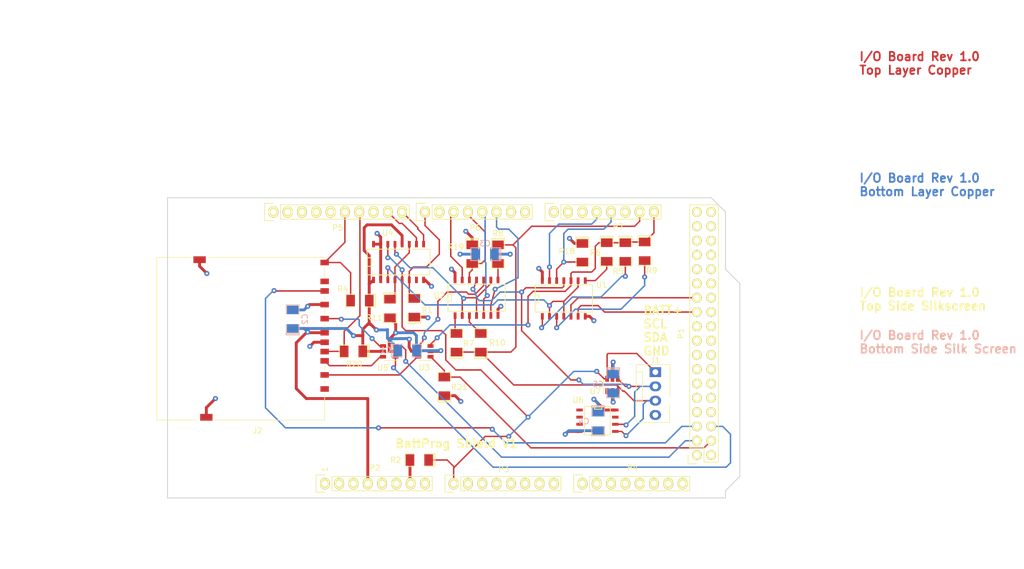
<source format=kicad_pcb>
(kicad_pcb (version 4) (host pcbnew 4.0.7)
  (title_block (date "mar. 31 mars 2015"))
  (layers (0 F.Cu signal) (1 In1.Cu power hide) (2 In2.Cu power hide) (31 B.Cu signal hide) (34 B.Paste user) (35 F.Paste user) (36 B.SilkS user) (37 F.SilkS user) (38 B.Mask user) (39 F.Mask user) (44 Edge.Cuts user))
  (net 0 "")
  (net 1 GND)
  (net 2 +5V)
  (net 3 "Net-(U2-Pad10)")
  (net 4 /PULL_SEL1)
  (net 5 /PULL_SEL0)
  (net 6 /PULL_ENB*)
  (net 7 /Batt+)
  (net 8 /Batt_SCL)
  (net 9 /Batt_SDA)
  (net 10 "Net-(R5-Pad2)")
  (net 11 "Net-(R9-Pad2)")
  (net 12 /SCL_EN1)
  (net 13 /SCL_EN2)
  (net 14 "Net-(R6-Pad2)")
  (net 15 /PAS_CLK_EN)
  (net 16 /SCL_EN0)
  (net 17 "Net-(R7-Pad2)")
  (net 18 "Net-(R10-Pad2)")
  (net 19 /SDA_EN1)
  (net 20 /SDA_EN2)
  (net 21 "Net-(R8-Pad2)")
  (net 22 /ACT_CLK_EN)
  (net 23 /SDA_EN0)
  (net 24 /Mega_SCL)
  (net 25 "Net-(R11-Pad1)")
  (net 26 "Net-(J2-Pad1)")
  (net 27 "Net-(J2-Pad2)")
  (net 28 "Net-(J2-Pad5)")
  (net 29 /MISO)
  (net 30 /CD)
  (net 31 /WP)
  (net 32 /SCK)
  (net 33 /SS)
  (net 34 /MOSI)
  (net 35 +3.3V)
  (net 36 /PULL_SCL)
  (net 37 /PULL_SDA)
  (module Socket_Arduino_Mega:Socket_Strip_Arduino_2x18 (layer F.Cu) (at 197.358 114.046 90)
    (fp_text reference P1 (at 21.59 -2.794 90) (layer F.SilkS))
    (fp_text value Digital)
    (pad 1 thru_hole circle (at 0 0 90) (size 1.7272 1.7272) (drill 1.016) (layers *.Cu *.Mask F.SilkS) (net 1 GND))
    (pad 2 thru_hole oval (at 0 2.54 90) (size 1.7272 1.7272) (drill 1.016) (layers *.Cu *.Mask F.SilkS) (net 1 GND))
    (pad 3 thru_hole oval (at 2.54 0 90) (size 1.7272 1.7272) (drill 1.016) (layers *.Cu *.Mask F.SilkS) (net 32 /SCK))
    (pad 4 thru_hole oval (at 2.54 2.54 90) (size 1.7272 1.7272) (drill 1.016) (layers *.Cu *.Mask F.SilkS) (net 33 /SS))
    (pad 5 thru_hole oval (at 5.08 0 90) (size 1.7272 1.7272) (drill 1.016) (layers *.Cu *.Mask F.SilkS) (net 29 /MISO))
    (pad 6 thru_hole oval (at 5.08 2.54 90) (size 1.7272 1.7272) (drill 1.016) (layers *.Cu *.Mask F.SilkS) (net 34 /MOSI))
    (pad 7 thru_hole oval (at 7.62 0 90) (size 1.7272 1.7272) (drill 1.016) (layers *.Cu *.Mask F.SilkS))
    (pad 8 thru_hole oval (at 7.62 2.54 90) (size 1.7272 1.7272) (drill 1.016) (layers *.Cu *.Mask F.SilkS))
    (pad 9 thru_hole oval (at 10.16 0 90) (size 1.7272 1.7272) (drill 1.016) (layers *.Cu *.Mask F.SilkS))
    (pad 10 thru_hole oval (at 10.16 2.54 90) (size 1.7272 1.7272) (drill 1.016) (layers *.Cu *.Mask F.SilkS))
    (pad 11 thru_hole oval (at 12.7 0 90) (size 1.7272 1.7272) (drill 1.016) (layers *.Cu *.Mask F.SilkS))
    (pad 12 thru_hole oval (at 12.7 2.54 90) (size 1.7272 1.7272) (drill 1.016) (layers *.Cu *.Mask F.SilkS))
    (pad 13 thru_hole oval (at 15.24 0 90) (size 1.7272 1.7272) (drill 1.016) (layers *.Cu *.Mask F.SilkS))
    (pad 14 thru_hole oval (at 15.24 2.54 90) (size 1.7272 1.7272) (drill 1.016) (layers *.Cu *.Mask F.SilkS))
    (pad 15 thru_hole oval (at 17.78 0 90) (size 1.7272 1.7272) (drill 1.016) (layers *.Cu *.Mask F.SilkS))
    (pad 16 thru_hole oval (at 17.78 2.54 90) (size 1.7272 1.7272) (drill 1.016) (layers *.Cu *.Mask F.SilkS))
    (pad 17 thru_hole oval (at 20.32 0 90) (size 1.7272 1.7272) (drill 1.016) (layers *.Cu *.Mask F.SilkS))
    (pad 18 thru_hole oval (at 20.32 2.54 90) (size 1.7272 1.7272) (drill 1.016) (layers *.Cu *.Mask F.SilkS))
    (pad 19 thru_hole oval (at 22.86 0 90) (size 1.7272 1.7272) (drill 1.016) (layers *.Cu *.Mask F.SilkS))
    (pad 20 thru_hole oval (at 22.86 2.54 90) (size 1.7272 1.7272) (drill 1.016) (layers *.Cu *.Mask F.SilkS))
    (pad 21 thru_hole oval (at 25.4 0 90) (size 1.7272 1.7272) (drill 1.016) (layers *.Cu *.Mask F.SilkS) (net 13 /SCL_EN2))
    (pad 22 thru_hole oval (at 25.4 2.54 90) (size 1.7272 1.7272) (drill 1.016) (layers *.Cu *.Mask F.SilkS))
    (pad 23 thru_hole oval (at 27.94 0 90) (size 1.7272 1.7272) (drill 1.016) (layers *.Cu *.Mask F.SilkS) (net 12 /SCL_EN1))
    (pad 24 thru_hole oval (at 27.94 2.54 90) (size 1.7272 1.7272) (drill 1.016) (layers *.Cu *.Mask F.SilkS))
    (pad 25 thru_hole oval (at 30.48 0 90) (size 1.7272 1.7272) (drill 1.016) (layers *.Cu *.Mask F.SilkS))
    (pad 26 thru_hole oval (at 30.48 2.54 90) (size 1.7272 1.7272) (drill 1.016) (layers *.Cu *.Mask F.SilkS))
    (pad 27 thru_hole oval (at 33.02 0 90) (size 1.7272 1.7272) (drill 1.016) (layers *.Cu *.Mask F.SilkS))
    (pad 28 thru_hole oval (at 33.02 2.54 90) (size 1.7272 1.7272) (drill 1.016) (layers *.Cu *.Mask F.SilkS))
    (pad 29 thru_hole oval (at 35.56 0 90) (size 1.7272 1.7272) (drill 1.016) (layers *.Cu *.Mask F.SilkS))
    (pad 30 thru_hole oval (at 35.56 2.54 90) (size 1.7272 1.7272) (drill 1.016) (layers *.Cu *.Mask F.SilkS))
    (pad 31 thru_hole oval (at 38.1 0 90) (size 1.7272 1.7272) (drill 1.016) (layers *.Cu *.Mask F.SilkS))
    (pad 32 thru_hole oval (at 38.1 2.54 90) (size 1.7272 1.7272) (drill 1.016) (layers *.Cu *.Mask F.SilkS))
    (pad 33 thru_hole oval (at 40.64 0 90) (size 1.7272 1.7272) (drill 1.016) (layers *.Cu *.Mask F.SilkS))
    (pad 34 thru_hole oval (at 40.64 2.54 90) (size 1.7272 1.7272) (drill 1.016) (layers *.Cu *.Mask F.SilkS))
    (pad 35 thru_hole oval (at 43.18 0 90) (size 1.7272 1.7272) (drill 1.016) (layers *.Cu *.Mask F.SilkS) (net 2 +5V))
    (pad 36 thru_hole oval (at 43.18 2.54 90) (size 1.7272 1.7272) (drill 1.016) (layers *.Cu *.Mask F.SilkS) (net 2 +5V))
  )
  (module Socket_Arduino_Mega:Socket_Strip_Arduino_1x08 (layer F.Cu) (at 131.318 119.126)
    (fp_text reference P2 (at 8.89 -2.794) (layer F.SilkS))
    (fp_text value Power)
    (pad 1 thru_hole oval (at 0 0) (size 1.7272 2.032) (drill 1.016) (layers *.Cu *.Mask F.SilkS))
    (pad 2 thru_hole oval (at 2.54 0) (size 1.7272 2.032) (drill 1.016) (layers *.Cu *.Mask F.SilkS))
    (pad 3 thru_hole oval (at 5.08 0) (size 1.7272 2.032) (drill 1.016) (layers *.Cu *.Mask F.SilkS))
    (pad 4 thru_hole oval (at 7.62 0) (size 1.7272 2.032) (drill 1.016) (layers *.Cu *.Mask F.SilkS) (net 35 +3.3V))
    (pad 5 thru_hole oval (at 10.16 0) (size 1.7272 2.032) (drill 1.016) (layers *.Cu *.Mask F.SilkS) (net 2 +5V))
    (pad 6 thru_hole oval (at 12.7 0) (size 1.7272 2.032) (drill 1.016) (layers *.Cu *.Mask F.SilkS) (net 1 GND))
    (pad 7 thru_hole oval (at 15.24 0) (size 1.7272 2.032) (drill 1.016) (layers *.Cu *.Mask F.SilkS) (net 1 GND))
    (pad 8 thru_hole oval (at 17.78 0) (size 1.7272 2.032) (drill 1.016) (layers *.Cu *.Mask F.SilkS))
  )
  (module Socket_Arduino_Mega:Socket_Strip_Arduino_1x08 (layer F.Cu) (at 154.178 119.126)
    (fp_text reference P3 (at 8.89 -2.54) (layer F.SilkS))
    (fp_text value Analog)
    (pad 1 thru_hole oval (at 0 0) (size 1.7272 2.032) (drill 1.016) (layers *.Cu *.Mask F.SilkS) (net 7 /Batt+))
    (pad 2 thru_hole oval (at 2.54 0) (size 1.7272 2.032) (drill 1.016) (layers *.Cu *.Mask F.SilkS))
    (pad 3 thru_hole oval (at 5.08 0) (size 1.7272 2.032) (drill 1.016) (layers *.Cu *.Mask F.SilkS))
    (pad 4 thru_hole oval (at 7.62 0) (size 1.7272 2.032) (drill 1.016) (layers *.Cu *.Mask F.SilkS))
    (pad 5 thru_hole oval (at 10.16 0) (size 1.7272 2.032) (drill 1.016) (layers *.Cu *.Mask F.SilkS))
    (pad 6 thru_hole oval (at 12.7 0) (size 1.7272 2.032) (drill 1.016) (layers *.Cu *.Mask F.SilkS))
    (pad 7 thru_hole oval (at 15.24 0) (size 1.7272 2.032) (drill 1.016) (layers *.Cu *.Mask F.SilkS))
    (pad 8 thru_hole oval (at 17.78 0) (size 1.7272 2.032) (drill 1.016) (layers *.Cu *.Mask F.SilkS))
  )
  (module Socket_Arduino_Mega:Socket_Strip_Arduino_1x08 (layer F.Cu) (at 177.038 119.126)
    (fp_text reference P4 (at 8.89 -2.794) (layer F.SilkS))
    (fp_text value Analog)
    (pad 1 thru_hole oval (at 0 0) (size 1.7272 2.032) (drill 1.016) (layers *.Cu *.Mask F.SilkS))
    (pad 2 thru_hole oval (at 2.54 0) (size 1.7272 2.032) (drill 1.016) (layers *.Cu *.Mask F.SilkS))
    (pad 3 thru_hole oval (at 5.08 0) (size 1.7272 2.032) (drill 1.016) (layers *.Cu *.Mask F.SilkS))
    (pad 4 thru_hole oval (at 7.62 0) (size 1.7272 2.032) (drill 1.016) (layers *.Cu *.Mask F.SilkS))
    (pad 5 thru_hole oval (at 10.16 0) (size 1.7272 2.032) (drill 1.016) (layers *.Cu *.Mask F.SilkS))
    (pad 6 thru_hole oval (at 12.7 0) (size 1.7272 2.032) (drill 1.016) (layers *.Cu *.Mask F.SilkS))
    (pad 7 thru_hole oval (at 15.24 0) (size 1.7272 2.032) (drill 1.016) (layers *.Cu *.Mask F.SilkS))
    (pad 8 thru_hole oval (at 17.78 0) (size 1.7272 2.032) (drill 1.016) (layers *.Cu *.Mask F.SilkS))
  )
  (module Socket_Arduino_Mega:Socket_Strip_Arduino_1x10 (layer F.Cu) (at 122.174 70.866)
    (fp_text reference P5 (at 11.43 2.794) (layer F.SilkS))
    (fp_text value PWM)
    (pad 1 thru_hole oval (at 0 0) (size 1.7272 2.032) (drill 1.016) (layers *.Cu *.Mask F.SilkS))
    (pad 2 thru_hole oval (at 2.54 0) (size 1.7272 2.032) (drill 1.016) (layers *.Cu *.Mask F.SilkS))
    (pad 3 thru_hole oval (at 5.08 0) (size 1.7272 2.032) (drill 1.016) (layers *.Cu *.Mask F.SilkS))
    (pad 4 thru_hole oval (at 7.62 0) (size 1.7272 2.032) (drill 1.016) (layers *.Cu *.Mask F.SilkS) (net 1 GND))
    (pad 5 thru_hole oval (at 10.16 0) (size 1.7272 2.032) (drill 1.016) (layers *.Cu *.Mask F.SilkS))
    (pad 6 thru_hole oval (at 12.7 0) (size 1.7272 2.032) (drill 1.016) (layers *.Cu *.Mask F.SilkS) (net 31 /WP))
    (pad 7 thru_hole oval (at 15.24 0) (size 1.7272 2.032) (drill 1.016) (layers *.Cu *.Mask F.SilkS) (net 30 /CD))
    (pad 8 thru_hole oval (at 17.78 0) (size 1.7272 2.032) (drill 1.016) (layers *.Cu *.Mask F.SilkS))
    (pad 9 thru_hole oval (at 20.32 0) (size 1.7272 2.032) (drill 1.016) (layers *.Cu *.Mask F.SilkS) (net 5 /PULL_SEL0))
    (pad 10 thru_hole oval (at 22.86 0) (size 1.7272 2.032) (drill 1.016) (layers *.Cu *.Mask F.SilkS) (net 4 /PULL_SEL1))
  )
  (module Socket_Arduino_Mega:Socket_Strip_Arduino_1x08 (layer F.Cu) (at 149.098 70.866)
    (fp_text reference P6 (at 8.89 2.794) (layer F.SilkS))
    (fp_text value PWM)
    (pad 1 thru_hole oval (at 0 0) (size 1.7272 2.032) (drill 1.016) (layers *.Cu *.Mask F.SilkS) (net 6 /PULL_ENB*))
    (pad 2 thru_hole oval (at 2.54 0) (size 1.7272 2.032) (drill 1.016) (layers *.Cu *.Mask F.SilkS))
    (pad 3 thru_hole oval (at 5.08 0) (size 1.7272 2.032) (drill 1.016) (layers *.Cu *.Mask F.SilkS) (net 23 /SDA_EN0))
    (pad 4 thru_hole oval (at 7.62 0) (size 1.7272 2.032) (drill 1.016) (layers *.Cu *.Mask F.SilkS) (net 22 /ACT_CLK_EN))
    (pad 5 thru_hole oval (at 10.16 0) (size 1.7272 2.032) (drill 1.016) (layers *.Cu *.Mask F.SilkS) (net 19 /SDA_EN1))
    (pad 6 thru_hole oval (at 12.7 0) (size 1.7272 2.032) (drill 1.016) (layers *.Cu *.Mask F.SilkS) (net 20 /SDA_EN2))
    (pad 7 thru_hole oval (at 15.24 0) (size 1.7272 2.032) (drill 1.016) (layers *.Cu *.Mask F.SilkS))
    (pad 8 thru_hole oval (at 17.78 0) (size 1.7272 2.032) (drill 1.016) (layers *.Cu *.Mask F.SilkS))
  )
  (module Socket_Arduino_Mega:Socket_Strip_Arduino_1x08 (layer F.Cu) (at 171.958 70.866)
    (fp_text reference P7 (at 11.43 2.667) (layer F.SilkS))
    (fp_text value Communication)
    (pad 1 thru_hole oval (at 0 0) (size 1.7272 2.032) (drill 1.016) (layers *.Cu *.Mask F.SilkS))
    (pad 2 thru_hole oval (at 2.54 0) (size 1.7272 2.032) (drill 1.016) (layers *.Cu *.Mask F.SilkS))
    (pad 3 thru_hole oval (at 5.08 0) (size 1.7272 2.032) (drill 1.016) (layers *.Cu *.Mask F.SilkS))
    (pad 4 thru_hole oval (at 7.62 0) (size 1.7272 2.032) (drill 1.016) (layers *.Cu *.Mask F.SilkS) (net 16 /SCL_EN0))
    (pad 5 thru_hole oval (at 10.16 0) (size 1.7272 2.032) (drill 1.016) (layers *.Cu *.Mask F.SilkS) (net 15 /PAS_CLK_EN))
    (pad 6 thru_hole oval (at 12.7 0) (size 1.7272 2.032) (drill 1.016) (layers *.Cu *.Mask F.SilkS))
    (pad 7 thru_hole oval (at 15.24 0) (size 1.7272 2.032) (drill 1.016) (layers *.Cu *.Mask F.SilkS) (net 9 /Batt_SDA))
    (pad 8 thru_hole oval (at 17.78 0) (size 1.7272 2.032) (drill 1.016) (layers *.Cu *.Mask F.SilkS) (net 24 /Mega_SCL))
  )
  (module TO_SOT_Packages_SMD:SOT-23-6 (layer F.Cu) (at 148.971 95.631 180)
    (fp_text reference U3 (at 0 -2.9 180) (layer F.SilkS))
    (fp_text value SN74LVC2G17)
    (pad 1 smd rect (at -1.1 -0.95 180) (size 1.06 0.65) (layers F.Cu F.Paste F.Mask) (net 33 /SS))
    (pad 2 smd rect (at -1.1 0 180) (size 1.06 0.65) (layers F.Cu F.Paste F.Mask) (net 1 GND))
    (pad 3 smd rect (at -1.1 0.95 180) (size 1.06 0.65) (layers F.Cu F.Paste F.Mask) (net 24 /Mega_SCL))
    (pad 4 smd rect (at 1.1 0.95 180) (size 1.06 0.65) (layers F.Cu F.Paste F.Mask) (net 3 "Net-(U2-Pad10)"))
    (pad 6 smd rect (at 1.1 -0.95 180) (size 1.06 0.65) (layers F.Cu F.Paste F.Mask) (net 26 "Net-(J2-Pad1)"))
    (pad 5 smd rect (at 1.1 0 180) (size 1.06 0.65) (layers F.Cu F.Paste F.Mask) (net 35 +3.3V))
  )
  (module SMD_Packages:SO-16-N (layer F.Cu) (at 144.399 79.756)
    (fp_text reference U4 (at -1.905 -5.207) (layer F.SilkS))
    (fp_text value MAX4618)
    (pad 16 smd rect (at -4.445 -3.175) (size 0.508 1.143) (layers F.Cu F.Paste F.Mask) (net 2 +5V))
    (pad 14 smd rect (at -1.905 -3.175) (size 0.508 1.143) (layers F.Cu F.Paste F.Mask) (net 7 /Batt+))
    (pad 13 smd rect (at -0.635 -3.175) (size 0.508 1.143) (layers F.Cu F.Paste F.Mask) (net 37 /PULL_SDA))
    (pad 12 smd rect (at 0.635 -3.175) (size 0.508 1.143) (layers F.Cu F.Paste F.Mask) (net 35 +3.3V))
    (pad 11 smd rect (at 1.905 -3.175) (size 0.508 1.143) (layers F.Cu F.Paste F.Mask) (net 25 "Net-(R11-Pad1)"))
    (pad 10 smd rect (at 3.175 -3.175) (size 0.508 1.143) (layers F.Cu F.Paste F.Mask) (net 5 /PULL_SEL0))
    (pad 9 smd rect (at 4.445 -3.175) (size 0.508 1.143) (layers F.Cu F.Paste F.Mask) (net 4 /PULL_SEL1))
    (pad 8 smd rect (at 4.445 3.175) (size 0.508 1.143) (layers F.Cu F.Paste F.Mask) (net 1 GND))
    (pad 7 smd rect (at 3.175 3.175) (size 0.508 1.143) (layers F.Cu F.Paste F.Mask))
    (pad 6 smd rect (at 1.905 3.175) (size 0.508 1.143) (layers F.Cu F.Paste F.Mask) (net 6 /PULL_ENB*))
    (pad 5 smd rect (at 0.635 3.175) (size 0.508 1.143) (layers F.Cu F.Paste F.Mask) (net 7 /Batt+))
    (pad 4 smd rect (at -0.635 3.175) (size 0.508 1.143) (layers F.Cu F.Paste F.Mask) (net 25 "Net-(R11-Pad1)"))
    (pad 3 smd rect (at -1.905 3.175) (size 0.508 1.143) (layers F.Cu F.Paste F.Mask) (net 36 /PULL_SCL))
    (pad 2 smd rect (at -3.175 3.175) (size 0.508 1.143) (layers F.Cu F.Paste F.Mask) (net 2 +5V))
    (pad 1 smd rect (at -4.445 3.175) (size 0.508 1.143) (layers F.Cu F.Paste F.Mask) (net 35 +3.3V))
    (pad 15 smd rect (at -3.175 -3.175) (size 0.508 1.143) (layers F.Cu F.Paste F.Mask) (net 2 +5V))
  )
  (module SMD_Packages:SOIC-14_N (layer F.Cu) (at 173.736 86.106)
    (fp_text reference U1 (at 6.731 -2.286) (layer F.SilkS))
    (fp_text value MAX4614)
    (pad 1 smd rect (at -3.81 3.302) (size 0.508 1.143) (layers F.Cu F.Paste F.Mask) (net 10 "Net-(R5-Pad2)"))
    (pad 2 smd rect (at -2.54 3.302) (size 0.508 1.143) (layers F.Cu F.Paste F.Mask) (net 36 /PULL_SCL))
    (pad 3 smd rect (at -1.27 3.302) (size 0.508 1.143) (layers F.Cu F.Paste F.Mask) (net 11 "Net-(R9-Pad2)"))
    (pad 4 smd rect (at 0 3.302) (size 0.508 1.143) (layers F.Cu F.Paste F.Mask) (net 36 /PULL_SCL))
    (pad 5 smd rect (at 1.27 3.302) (size 0.508 1.143) (layers F.Cu F.Paste F.Mask) (net 12 /SCL_EN1))
    (pad 6 smd rect (at 2.54 3.302) (size 0.508 1.143) (layers F.Cu F.Paste F.Mask) (net 13 /SCL_EN2))
    (pad 7 smd rect (at 3.81 3.302) (size 0.508 1.143) (layers F.Cu F.Paste F.Mask) (net 1 GND))
    (pad 8 smd rect (at 3.81 -3.048) (size 0.508 1.143) (layers F.Cu F.Paste F.Mask) (net 14 "Net-(R6-Pad2)"))
    (pad 9 smd rect (at 2.54 -3.048) (size 0.508 1.143) (layers F.Cu F.Paste F.Mask) (net 36 /PULL_SCL))
    (pad 11 smd rect (at 0 -3.048) (size 0.508 1.143) (layers F.Cu F.Paste F.Mask) (net 8 /Batt_SCL))
    (pad 12 smd rect (at -1.27 -3.048) (size 0.508 1.143) (layers F.Cu F.Paste F.Mask) (net 15 /PAS_CLK_EN))
    (pad 13 smd rect (at -2.54 -3.048) (size 0.508 1.143) (layers F.Cu F.Paste F.Mask) (net 16 /SCL_EN0))
    (pad 14 smd rect (at -3.81 -3.048) (size 0.508 1.143) (layers F.Cu F.Paste F.Mask) (net 2 +5V))
    (pad 10 smd rect (at 1.27 -3.048) (size 0.508 1.143) (layers F.Cu F.Paste F.Mask) (net 24 /Mega_SCL))
  )
  (module SMD_Packages:SOIC-14_N (layer F.Cu) (at 158.242 85.979)
    (fp_text reference U2 (at -6.604 -0.254) (layer F.SilkS))
    (fp_text value MAX4614)
    (pad 1 smd rect (at -3.81 3.302) (size 0.508 1.143) (layers F.Cu F.Paste F.Mask) (net 17 "Net-(R7-Pad2)"))
    (pad 2 smd rect (at -2.54 3.302) (size 0.508 1.143) (layers F.Cu F.Paste F.Mask) (net 37 /PULL_SDA))
    (pad 3 smd rect (at -1.27 3.302) (size 0.508 1.143) (layers F.Cu F.Paste F.Mask) (net 18 "Net-(R10-Pad2)"))
    (pad 4 smd rect (at 0 3.302) (size 0.508 1.143) (layers F.Cu F.Paste F.Mask) (net 37 /PULL_SDA))
    (pad 5 smd rect (at 1.27 3.302) (size 0.508 1.143) (layers F.Cu F.Paste F.Mask) (net 19 /SDA_EN1))
    (pad 6 smd rect (at 2.54 3.302) (size 0.508 1.143) (layers F.Cu F.Paste F.Mask) (net 20 /SDA_EN2))
    (pad 7 smd rect (at 3.81 3.302) (size 0.508 1.143) (layers F.Cu F.Paste F.Mask) (net 1 GND))
    (pad 8 smd rect (at 3.81 -3.048) (size 0.508 1.143) (layers F.Cu F.Paste F.Mask) (net 21 "Net-(R8-Pad2)"))
    (pad 9 smd rect (at 2.54 -3.048) (size 0.508 1.143) (layers F.Cu F.Paste F.Mask) (net 37 /PULL_SDA))
    (pad 11 smd rect (at 0 -3.048) (size 0.508 1.143) (layers F.Cu F.Paste F.Mask) (net 8 /Batt_SCL))
    (pad 12 smd rect (at -1.27 -3.048) (size 0.508 1.143) (layers F.Cu F.Paste F.Mask) (net 22 /ACT_CLK_EN))
    (pad 13 smd rect (at -2.54 -3.048) (size 0.508 1.143) (layers F.Cu F.Paste F.Mask) (net 23 /SDA_EN0))
    (pad 14 smd rect (at -3.81 -3.048) (size 0.508 1.143) (layers F.Cu F.Paste F.Mask) (net 2 +5V))
    (pad 10 smd rect (at 1.27 -3.048) (size 0.508 1.143) (layers F.Cu F.Paste F.Mask) (net 3 "Net-(U2-Pad10)"))
  )
  (module Connectors:Fan_Pin_Header_Straight_1x04 (layer F.Cu) (at 189.992 99.314)
    (fp_text reference J1 (at 0 -2.1) (layer F.SilkS))
    (fp_text value Conn_01x04_Male)
    (pad 1 thru_hole rect (at 0 0) (size 2.03 1.73) (drill 1.02) (layers *.Cu *.Mask) (net 7 /Batt+))
    (pad 2 thru_hole oval (at 0 2.54) (size 2.03 1.73) (drill 1.02) (layers *.Cu *.Mask) (net 8 /Batt_SCL))
    (pad 3 thru_hole oval (at 0 5.08) (size 2.03 1.73) (drill 1.02) (layers *.Cu *.Mask) (net 9 /Batt_SDA))
    (pad 4 thru_hole oval (at 0 7.62) (size 2.03 1.73) (drill 1.02) (layers *.Cu *.Mask) (net 1 GND))
    (pad "" np_thru_hole circle (at 2.16 5.08) (size 1.1 1.1) (drill 1.1) (layers *.Cu *.Mask))
  )
  (module SMD_Packages:SMD-1206_Pol (layer F.Cu) (at 147.193 87.884 90)
    (fp_text reference R1 (at -0.381 2.286 180) (layer F.SilkS))
    (fp_text value 100K)
    (pad 1 smd rect (at -1.651 0 90) (size 1.524 2.032) (layers F.Cu F.Paste F.Mask) (net 2 +5V))
    (pad 2 smd rect (at 1.651 0 90) (size 1.524 2.032) (layers F.Cu F.Paste F.Mask) (net 6 /PULL_ENB*))
  )
  (module SMD_Packages:SMD-1206_Pol (layer F.Cu) (at 137.541 86.614 180)
    (fp_text reference R4 (at 3.048 2.032 180) (layer F.SilkS))
    (fp_text value 10K)
    (pad 1 smd rect (at -1.651 0 180) (size 1.524 2.032) (layers F.Cu F.Paste F.Mask) (net 35 +3.3V))
    (pad 2 smd rect (at 1.651 0 180) (size 1.524 2.032) (layers F.Cu F.Paste F.Mask) (net 31 /WP))
  )
  (module SMD_Packages:SMD-1206_Pol (layer F.Cu) (at 184.658 77.978 270)
    (fp_text reference R5 (at 3.429 1.27 360) (layer F.SilkS))
    (fp_text value 10K)
    (pad 1 smd rect (at -1.651 0 270) (size 1.524 2.032) (layers F.Cu F.Paste F.Mask) (net 24 /Mega_SCL))
    (pad 2 smd rect (at 1.651 0 270) (size 1.524 2.032) (layers F.Cu F.Paste F.Mask) (net 10 "Net-(R5-Pad2)"))
  )
  (module SMD_Packages:SMD-1206_Pol (layer F.Cu) (at 181.356 77.978 270)
    (fp_text reference R6 (at 0.127 2.032 360) (layer F.SilkS))
    (fp_text value 5.1K)
    (pad 1 smd rect (at -1.651 0 270) (size 1.524 2.032) (layers F.Cu F.Paste F.Mask) (net 24 /Mega_SCL))
    (pad 2 smd rect (at 1.651 0 270) (size 1.524 2.032) (layers F.Cu F.Paste F.Mask) (net 14 "Net-(R6-Pad2)"))
  )
  (module SMD_Packages:SMD-1206_Pol (layer F.Cu) (at 154.686 94.107 90)
    (fp_text reference R7 (at -0.127 2.159 180) (layer F.SilkS))
    (fp_text value 10K)
    (pad 1 smd rect (at -1.651 0 90) (size 1.524 2.032) (layers F.Cu F.Paste F.Mask) (net 9 /Batt_SDA))
    (pad 2 smd rect (at 1.651 0 90) (size 1.524 2.032) (layers F.Cu F.Paste F.Mask) (net 17 "Net-(R7-Pad2)"))
  )
  (module SMD_Packages:SMD-1206_Pol (layer F.Cu) (at 162.052 78.359 270)
    (fp_text reference R8 (at -3.683 0 360) (layer F.SilkS))
    (fp_text value 5.1K)
    (pad 1 smd rect (at -1.651 0 270) (size 1.524 2.032) (layers F.Cu F.Paste F.Mask) (net 9 /Batt_SDA))
    (pad 2 smd rect (at 1.651 0 270) (size 1.524 2.032) (layers F.Cu F.Paste F.Mask) (net 21 "Net-(R8-Pad2)"))
  )
  (module SMD_Packages:SMD-1206_Pol (layer F.Cu) (at 188.087 77.851 270)
    (fp_text reference R9 (at 3.429 -1.27 360) (layer F.SilkS))
    (fp_text value 6.8K)
    (pad 1 smd rect (at -1.651 0 270) (size 1.524 2.032) (layers F.Cu F.Paste F.Mask) (net 24 /Mega_SCL))
    (pad 2 smd rect (at 1.651 0 270) (size 1.524 2.032) (layers F.Cu F.Paste F.Mask) (net 11 "Net-(R9-Pad2)"))
  )
  (module SMD_Packages:SMD-1206_Pol (layer F.Cu) (at 159.004 94.107 90)
    (fp_text reference R10 (at 0 2.921 180) (layer F.SilkS))
    (fp_text value 6.8K)
    (pad 1 smd rect (at -1.651 0 90) (size 1.524 2.032) (layers F.Cu F.Paste F.Mask) (net 9 /Batt_SDA))
    (pad 2 smd rect (at 1.651 0 90) (size 1.524 2.032) (layers F.Cu F.Paste F.Mask) (net 18 "Net-(R10-Pad2)"))
  )
  (module SMD_Packages:SMD-1206_Pol (layer F.Cu) (at 142.875 88.011 270)
    (fp_text reference R11 (at 1.651 2.794 360) (layer F.SilkS))
    (fp_text value 10K)
    (pad 1 smd rect (at -1.651 0 270) (size 1.524 2.032) (layers F.Cu F.Paste F.Mask) (net 25 "Net-(R11-Pad1)"))
    (pad 2 smd rect (at 1.651 0 270) (size 1.524 2.032) (layers F.Cu F.Paste F.Mask) (net 1 GND))
  )
  (module SMD_Packages:SMD-1206_Pol (layer F.Cu) (at 177.038 78.105 270)
    (fp_text reference R18 (at -0.254 2.794 360) (layer F.SilkS))
    (fp_text value 100K)
    (pad 1 smd rect (at -1.651 0 270) (size 1.524 2.032) (layers F.Cu F.Paste F.Mask) (net 2 +5V))
    (pad 2 smd rect (at 1.651 0 270) (size 1.524 2.032) (layers F.Cu F.Paste F.Mask) (net 15 /PAS_CLK_EN))
  )
  (module SMD_Packages:SMD-1206_Pol (layer F.Cu) (at 157.48 78.359 270)
    (fp_text reference R19 (at -1.27 2.921 360) (layer F.SilkS))
    (fp_text value 100K)
    (pad 1 smd rect (at -1.651 0 270) (size 1.524 2.032) (layers F.Cu F.Paste F.Mask) (net 2 +5V))
    (pad 2 smd rect (at 1.651 0 270) (size 1.524 2.032) (layers F.Cu F.Paste F.Mask) (net 22 /ACT_CLK_EN))
  )
  (module Connectors:SD_Card_Receptacle (layer F.Cu) (at 119.126 93.345 270)
    (fp_text reference J2 (at 16.383 -0.254 360) (layer F.SilkS))
    (fp_text value SD_Card)
    (pad 1 smd rect (at 6.47 -12.15 270) (size 1 1.5) (layers F.Cu F.Paste F.Mask) (net 26 "Net-(J2-Pad1)"))
    (pad 2 smd rect (at 3.97 -12.15 270) (size 1 1.5) (layers F.Cu F.Paste F.Mask) (net 27 "Net-(J2-Pad2)"))
    (pad 3 smd rect (at 0.67 -12.15 270) (size 1 1.5) (layers F.Cu F.Paste F.Mask) (net 1 GND))
    (pad 4 smd rect (at -1.03 -12.15 270) (size 1 1.5) (layers F.Cu F.Paste F.Mask) (net 35 +3.3V))
    (pad 5 smd rect (at -3.53 -12.15 270) (size 1 1.5) (layers F.Cu F.Paste F.Mask) (net 28 "Net-(J2-Pad5)"))
    (pad 6 smd rect (at -6.03 -12.15 270) (size 1 1.5) (layers F.Cu F.Paste F.Mask) (net 1 GND))
    (pad 7 smd rect (at -8.45 -12.15 270) (size 1 1.5) (layers F.Cu F.Paste F.Mask) (net 29 /MISO))
    (pad 8 smd rect (at -10.15 -12.15 270) (size 1 1.5) (layers F.Cu F.Paste F.Mask))
    (pad 9 smd rect (at 8.97 -12.15 270) (size 1 1.5) (layers F.Cu F.Paste F.Mask))
    (pad 10 smd rect (at 2.32 -12.15 270) (size 1 1.5) (layers F.Cu F.Paste F.Mask) (net 30 /CD))
    (pad 11 smd rect (at -13.5 -12.15 270) (size 1 1.5) (layers F.Cu F.Paste F.Mask) (net 31 /WP))
    (pad 12 smd rect (at 14 8.85 270) (size 1.2 2.2) (layers F.Cu F.Paste F.Mask) (net 1 GND))
    (pad 13 smd rect (at -14 10.05 270) (size 1.2 2.2) (layers F.Cu F.Paste F.Mask) (net 1 GND))
    (pad "" np_thru_hole circle (at 11.7 12.15 270) (size 1.5 1.5) (drill 1.5) (layers *.Cu *.Mask))
    (pad "" np_thru_hole circle (at -12.5 12.15 270) (size 1.5 1.5) (drill 1.5) (layers *.Cu *.Mask))
  )
  (module SMD_Packages:SMD-1206_Pol (layer F.Cu) (at 136.398 95.631 180)
    (fp_text reference R20 (at -0.127 -2.286 180) (layer F.SilkS))
    (fp_text value 10K)
    (pad 1 smd rect (at -1.651 0 180) (size 1.524 2.032) (layers F.Cu F.Paste F.Mask) (net 35 +3.3V))
    (pad 2 smd rect (at 1.651 0 180) (size 1.524 2.032) (layers F.Cu F.Paste F.Mask) (net 30 /CD))
  )
  (module SMD_Packages:SMD-1206_Pol (layer F.Cu) (at 152.527 101.854 90)
    (fp_text reference R21 (at -0.127 2.667 180) (layer F.SilkS))
    (fp_text value 100K)
    (pad 1 smd rect (at -1.651 0 90) (size 1.524 2.032) (layers F.Cu F.Paste F.Mask) (net 2 +5V))
    (pad 2 smd rect (at 1.651 0 90) (size 1.524 2.032) (layers F.Cu F.Paste F.Mask) (net 33 /SS))
  )
  (module TO_SOT_Packages_SMD:SOT-23-6 (layer F.Cu) (at 142.748 95.631 180)
    (fp_text reference U5 (at 1.143 -2.921 180) (layer F.SilkS))
    (fp_text value SN74LVC2G17)
    (pad 1 smd rect (at -1.1 -0.95 180) (size 1.06 0.65) (layers F.Cu F.Paste F.Mask) (net 34 /MOSI))
    (pad 2 smd rect (at -1.1 0 180) (size 1.06 0.65) (layers F.Cu F.Paste F.Mask) (net 1 GND))
    (pad 3 smd rect (at -1.1 0.95 180) (size 1.06 0.65) (layers F.Cu F.Paste F.Mask) (net 32 /SCK))
    (pad 4 smd rect (at 1.1 0.95 180) (size 1.06 0.65) (layers F.Cu F.Paste F.Mask) (net 28 "Net-(J2-Pad5)"))
    (pad 6 smd rect (at 1.1 -0.95 180) (size 1.06 0.65) (layers F.Cu F.Paste F.Mask) (net 27 "Net-(J2-Pad2)"))
    (pad 5 smd rect (at 1.1 0 180) (size 1.06 0.65) (layers F.Cu F.Paste F.Mask) (net 35 +3.3V))
  )
  (module SMD_Packages:SOIC-8-N (layer F.Cu) (at 179.705 107.95 270)
    (fp_text reference U6 (at -3.683 3.429 360) (layer F.SilkS))
    (fp_text value ATECC508A)
    (pad 8 smd rect (at -1.905 -3.175 270) (size 0.508 1.143) (layers F.Cu F.Paste F.Mask) (net 2 +5V))
    (pad 7 smd rect (at -0.635 -3.175 270) (size 0.508 1.143) (layers F.Cu F.Paste F.Mask))
    (pad 6 smd rect (at 0.635 -3.175 270) (size 0.508 1.143) (layers F.Cu F.Paste F.Mask) (net 8 /Batt_SCL))
    (pad 5 smd rect (at 1.905 -3.175 270) (size 0.508 1.143) (layers F.Cu F.Paste F.Mask) (net 9 /Batt_SDA))
    (pad 4 smd rect (at 1.905 3.175 270) (size 0.508 1.143) (layers F.Cu F.Paste F.Mask) (net 1 GND))
    (pad 3 smd rect (at 0.635 3.175 270) (size 0.508 1.143) (layers F.Cu F.Paste F.Mask))
    (pad 2 smd rect (at -0.635 3.175 270) (size 0.508 1.143) (layers F.Cu F.Paste F.Mask))
    (pad 1 smd rect (at -1.905 3.175 270) (size 0.508 1.143) (layers F.Cu F.Paste F.Mask))
  )
  (module SMD_Packages:SMD-1206_Pol (layer B.Cu) (at 145.923 95.504)
    (fp_text reference C1 (at -3.81 -0.127) (layer B.SilkS) (effects (justify mirror)))
    (fp_text value .1uf)
    (pad 1 smd rect (at -1.651 0) (size 1.524 2.032) (layers B.Cu B.Paste B.Mask) (net 35 +3.3V))
    (pad 2 smd rect (at 1.651 0) (size 1.524 2.032) (layers B.Cu B.Paste B.Mask) (net 1 GND))
  )
  (module SMD_Packages:SMD-1206_Pol (layer B.Cu) (at 125.603 89.916 90)
    (fp_text reference C2 (at 0 2.159 90) (layer B.SilkS) (effects (justify mirror)))
    (fp_text value .1uf)
    (pad 1 smd rect (at -1.651 0 90) (size 1.524 2.032) (layers B.Cu B.Paste B.Mask) (net 35 +3.3V))
    (pad 2 smd rect (at 1.651 0 90) (size 1.524 2.032) (layers B.Cu B.Paste B.Mask) (net 1 GND))
  )
  (module SMD_Packages:SMD-1206_Pol (layer B.Cu) (at 159.766 78.359 180)
    (fp_text reference C3 (at 0 1.905 180) (layer B.SilkS) (effects (justify mirror)))
    (fp_text value .1uf)
    (pad 1 smd rect (at -1.651 0 180) (size 1.524 2.032) (layers B.Cu B.Paste B.Mask) (net 2 +5V))
    (pad 2 smd rect (at 1.651 0 180) (size 1.524 2.032) (layers B.Cu B.Paste B.Mask) (net 1 GND))
  )
  (module SMD_Packages:SMD-1206_Pol (layer B.Cu) (at 179.832 108.077 270)
    (fp_text reference C4 (at 0 2.54 360) (layer B.SilkS) (effects (justify mirror)))
    (fp_text value .1uf)
    (pad 1 smd rect (at -1.651 0 270) (size 1.524 2.032) (layers B.Cu B.Paste B.Mask) (net 2 +5V))
    (pad 2 smd rect (at 1.651 0 270) (size 1.524 2.032) (layers B.Cu B.Paste B.Mask) (net 1 GND))
  )
  (module TO_SOT_Packages_SMD:SOT-23-6 (layer F.Cu) (at 182.372 101.6 90)
    (fp_text reference U7 (at -1.143 -3.048 180) (layer F.SilkS))
    (fp_text value DT2042-04SO-7)
    (pad 1 smd rect (at -1.1 -0.95 90) (size 1.06 0.65) (layers F.Cu F.Paste F.Mask))
    (pad 2 smd rect (at -1.1 0 90) (size 1.06 0.65) (layers F.Cu F.Paste F.Mask) (net 1 GND))
    (pad 3 smd rect (at -1.1 0.95 90) (size 1.06 0.65) (layers F.Cu F.Paste F.Mask) (net 9 /Batt_SDA))
    (pad 4 smd rect (at 1.1 0.95 90) (size 1.06 0.65) (layers F.Cu F.Paste F.Mask) (net 8 /Batt_SCL))
    (pad 6 smd rect (at 1.1 -0.95 90) (size 1.06 0.65) (layers F.Cu F.Paste F.Mask) (net 7 /Batt+))
    (pad 5 smd rect (at 1.1 0 90) (size 1.06 0.65) (layers F.Cu F.Paste F.Mask) (net 2 +5V))
  )
  (module SMD_Packages:SMD-1206_Pol (layer B.Cu) (at 182.499 101.346 270)
    (fp_text reference C5 (at 0.127 2.667 360) (layer B.SilkS) (effects (justify mirror)))
    (fp_text value .1uf)
    (pad 1 smd rect (at -1.651 0 270) (size 1.524 2.032) (layers B.Cu B.Paste B.Mask) (net 2 +5V))
    (pad 2 smd rect (at 1.651 0 270) (size 1.524 2.032) (layers B.Cu B.Paste B.Mask) (net 1 GND))
  )
  (module SMD_Packages:SMD-1206_Pol (layer F.Cu) (at 148.082 114.935 180)
    (fp_text reference R2 (at 4.191 0 180) (layer F.SilkS))
    (fp_text value 100K)
    (pad 1 smd rect (at -1.651 0 180) (size 1.524 2.032) (layers F.Cu F.Paste F.Mask) (net 7 /Batt+))
    (pad 2 smd rect (at 1.651 0 180) (size 1.524 2.032) (layers F.Cu F.Paste F.Mask) (net 1 GND))
  )
  (gr_text "I/O Board Rev 1.0\nBottom Side Silk Screen" (at 226.06 93.98) (layer B.SilkS) (effects (font (size 1.5 1.5) (thickness 0.3)) (justify left)))
  (gr_text "I/O Board Rev 1.0\nTop Side Silkscreen" (at 226.06 86.36) (layer F.SilkS) (effects (font (size 1.5 1.5) (thickness 0.3)) (justify left)))
  (gr_text "I/O Board Rev 1.0\nBottom Layer Copper" (at 226.06 66.04) (layer B.Cu) (effects (font (size 1.5 1.5) (thickness 0.3)) (justify left)))
  (gr_text "I/O Board Rev 1.0\nTop Layer Copper" (at 226.06 44.45) (layer F.Cu) (effects (font (size 1.5 1.5) (thickness 0.3)) (justify left)))
  (gr_text "BattProg Shield V1" (at 154.686 112.014) (layer F.SilkS) (effects (font (size 1.5 1.5) (thickness 0.3))))
  (gr_text "BATT+\nSCL\nSDA\nGND" (at 187.706 91.948) (layer F.SilkS) (effects (font (size 1.5 1.5) (thickness 0.3)) (justify left)))
  (gr_text 1 (at 131.318 116.586 90) (layer F.SilkS) (effects (font (size 1 1))))
  (gr_line (start 202.438 121.666) (end 103.378 121.666) (angle 90) (layer Edge.Cuts) (width 0.15))
  (gr_line (start 202.438 120.396) (end 202.438 121.666) (angle 90) (layer Edge.Cuts) (width 0.15))
  (gr_line (start 204.978 117.856) (end 202.438 120.396) (angle 90) (layer Edge.Cuts) (width 0.15))
  (gr_line (start 204.978 83.566) (end 204.978 117.856) (angle 90) (layer Edge.Cuts) (width 0.15))
  (gr_line (start 202.438 81.026) (end 204.978 83.566) (angle 90) (layer Edge.Cuts) (width 0.15))
  (gr_line (start 202.438 70.866) (end 202.438 81.026) (angle 90) (layer Edge.Cuts) (width 0.15))
  (gr_line (start 199.898 68.326) (end 202.438 70.866) (angle 90) (layer Edge.Cuts) (width 0.15))
  (gr_line (start 103.378 68.326) (end 199.898 68.326) (angle 90) (layer Edge.Cuts) (width 0.15))
  (gr_line (start 103.378 121.666) (end 103.378 68.326) (angle 90) (layer Edge.Cuts) (width 0.15))
  (segment (start 146.431 114.935) (end 146.431 118.999) (width 0.508) (layer F.Cu) (net 1))
  (segment (start 146.431 118.999) (end 146.558 119.126) (width 0.508) (layer F.Cu) (net 1))
  (segment (start 177.546 89.408) (end 178.308 89.408) (width 0.508) (layer F.Cu) (net 1))
  (via (at 179.07 90.17) (size 0.889) (drill 0.381) (layers F.Cu B.Cu) (net 1))
  (segment (start 178.308 89.408) (end 179.07 90.17) (width 0.508) (layer F.Cu) (net 1))
  (segment (start 131.276 94.015) (end 129.378 94.015) (width 0.508) (layer F.Cu) (net 1))
  (via (at 128.651 94.742) (size 0.889) (drill 0.381) (layers F.Cu B.Cu) (net 1))
  (segment (start 129.378 94.015) (end 128.651 94.742) (width 0.508) (layer F.Cu) (net 1))
  (segment (start 110.276 107.345) (end 110.276 105.624) (width 0.508) (layer F.Cu) (net 1))
  (via (at 111.887 104.013) (size 0.889) (drill 0.381) (layers F.Cu B.Cu) (net 1))
  (segment (start 110.276 105.624) (end 111.887 104.013) (width 0.508) (layer F.Cu) (net 1))
  (segment (start 109.076 79.345) (end 109.076 80.501) (width 0.508) (layer F.Cu) (net 1))
  (via (at 110.363 81.788) (size 0.889) (drill 0.381) (layers F.Cu B.Cu) (net 1))
  (segment (start 109.076 80.501) (end 110.363 81.788) (width 0.508) (layer F.Cu) (net 1))
  (segment (start 158.115 78.359) (end 155.321 78.359) (width 0.508) (layer B.Cu) (net 1))
  (via (at 155.321 78.359) (size 0.889) (drill 0.381) (layers F.Cu B.Cu) (net 1))
  (segment (start 148.844 82.931) (end 149.098 82.931) (width 0.508) (layer F.Cu) (net 1))
  (segment (start 149.098 82.931) (end 150.241 84.074) (width 0.508) (layer F.Cu) (net 1))
  (via (at 150.241 84.074) (size 0.889) (drill 0.381) (layers F.Cu B.Cu) (net 1))
  (via (at 162.56 87.63) (size 0.889) (drill 0.381) (layers F.Cu B.Cu) (net 1))
  (segment (start 162.052 88.138) (end 162.56 87.63) (width 0.508) (layer F.Cu) (net 1))
  (segment (start 162.052 89.281) (end 162.052 88.138) (width 0.508) (layer F.Cu) (net 1))
  (segment (start 143.891 92.329) (end 143.891 90.678) (width 0.508) (layer F.Cu) (net 1))
  (segment (start 143.891 90.678) (end 142.875 89.662) (width 0.508) (layer F.Cu) (net 1))
  (segment (start 182.372 102.7) (end 182.372 104.521) (width 0.508) (layer F.Cu) (net 1))
  (segment (start 182.499 104.648) (end 182.499 102.997) (width 0.508) (layer B.Cu) (net 1))
  (via (at 182.499 104.648) (size 0.889) (drill 0.381) (layers F.Cu B.Cu) (net 1))
  (segment (start 182.372 104.521) (end 182.499 104.648) (width 0.508) (layer F.Cu) (net 1))
  (segment (start 179.832 109.728) (end 174.625 109.728) (width 0.508) (layer B.Cu) (net 1))
  (segment (start 174.498 109.855) (end 176.53 109.855) (width 0.508) (layer F.Cu) (net 1))
  (segment (start 173.99 110.363) (end 174.498 109.855) (width 0.508) (layer F.Cu) (net 1))
  (via (at 173.99 110.363) (size 0.889) (drill 0.381) (layers F.Cu B.Cu) (net 1))
  (segment (start 174.625 109.728) (end 173.99 110.363) (width 0.508) (layer B.Cu) (net 1))
  (via (at 143.891 92.329) (size 0.889) (drill 0.381) (layers F.Cu B.Cu) (net 1))
  (segment (start 147.574 92.837) (end 147.574 95.504) (width 0.508) (layer B.Cu) (net 1))
  (segment (start 147.066 92.329) (end 147.574 92.837) (width 0.508) (layer B.Cu) (net 1))
  (segment (start 143.891 92.329) (end 147.066 92.329) (width 0.508) (layer B.Cu) (net 1))
  (segment (start 143.848 95.631) (end 142.748 95.631) (width 0.508) (layer F.Cu) (net 1))
  (segment (start 142.748 93.472) (end 143.891 92.329) (width 0.508) (layer F.Cu) (net 1))
  (segment (start 142.748 95.631) (end 142.748 93.472) (width 0.508) (layer F.Cu) (net 1))
  (segment (start 147.574 95.504) (end 151.892 95.504) (width 0.508) (layer B.Cu) (net 1))
  (segment (start 151.765 95.631) (end 150.071 95.631) (width 0.508) (layer F.Cu) (net 1))
  (segment (start 151.892 95.504) (end 151.765 95.631) (width 0.508) (layer F.Cu) (net 1))
  (via (at 151.892 95.504) (size 0.889) (drill 0.381) (layers F.Cu B.Cu) (net 1))
  (segment (start 125.603 88.265) (end 127.635 88.265) (width 0.508) (layer B.Cu) (net 1))
  (segment (start 128.585 87.315) (end 131.276 87.315) (width 0.508) (layer F.Cu) (net 1))
  (segment (start 128.27 87.63) (end 128.585 87.315) (width 0.508) (layer F.Cu) (net 1))
  (via (at 128.27 87.63) (size 0.889) (drill 0.381) (layers F.Cu B.Cu) (net 1))
  (segment (start 127.635 88.265) (end 128.27 87.63) (width 0.508) (layer B.Cu) (net 1))
  (segment (start 109.076 79.345) (end 109.076 79.866) (width 0.508) (layer F.Cu) (net 1))
  (segment (start 152.527 103.505) (end 154.432 103.505) (width 0.508) (layer F.Cu) (net 2))
  (via (at 155.448 104.521) (size 0.889) (drill 0.381) (layers F.Cu B.Cu) (net 2))
  (segment (start 154.432 103.505) (end 155.448 104.521) (width 0.508) (layer F.Cu) (net 2))
  (segment (start 161.417 78.359) (end 164.211 78.359) (width 0.508) (layer B.Cu) (net 2))
  (via (at 164.211 78.359) (size 0.889) (drill 0.381) (layers F.Cu B.Cu) (net 2))
  (segment (start 169.926 83.058) (end 169.926 81.534) (width 0.508) (layer F.Cu) (net 2))
  (via (at 169.291 80.899) (size 0.889) (drill 0.381) (layers F.Cu B.Cu) (net 2))
  (segment (start 169.926 81.534) (end 169.291 80.899) (width 0.508) (layer F.Cu) (net 2))
  (segment (start 177.038 76.454) (end 175.641 76.454) (width 0.508) (layer F.Cu) (net 2))
  (via (at 174.752 75.565) (size 0.889) (drill 0.381) (layers F.Cu B.Cu) (net 2))
  (segment (start 175.641 76.454) (end 174.752 75.565) (width 0.508) (layer F.Cu) (net 2))
  (segment (start 147.193 89.535) (end 149.479 89.535) (width 0.508) (layer F.Cu) (net 2))
  (via (at 149.606 89.662) (size 0.889) (drill 0.381) (layers F.Cu B.Cu) (net 2))
  (segment (start 149.479 89.535) (end 149.606 89.662) (width 0.508) (layer F.Cu) (net 2))
  (segment (start 154.432 82.931) (end 154.432 81.661) (width 0.508) (layer F.Cu) (net 2))
  (via (at 153.797 81.026) (size 0.889) (drill 0.381) (layers F.Cu B.Cu) (net 2))
  (segment (start 154.432 81.661) (end 153.797 81.026) (width 0.508) (layer F.Cu) (net 2))
  (segment (start 141.224 76.581) (end 141.224 75.311) (width 0.508) (layer F.Cu) (net 2))
  (via (at 140.589 74.676) (size 0.889) (drill 0.381) (layers F.Cu B.Cu) (net 2))
  (segment (start 141.224 75.311) (end 140.589 74.676) (width 0.508) (layer F.Cu) (net 2))
  (via (at 156.337 74.295) (size 0.889) (drill 0.381) (layers F.Cu B.Cu) (net 2))
  (segment (start 157.48 75.438) (end 156.337 74.295) (width 0.508) (layer F.Cu) (net 2))
  (segment (start 157.48 76.708) (end 157.48 75.438) (width 0.508) (layer F.Cu) (net 2))
  (segment (start 182.499 99.695) (end 182.499 97.536) (width 0.508) (layer B.Cu) (net 2))
  (segment (start 182.372 97.663) (end 182.372 100.5) (width 0.508) (layer F.Cu) (net 2))
  (segment (start 182.499 97.536) (end 182.372 97.663) (width 0.508) (layer F.Cu) (net 2))
  (via (at 182.499 97.536) (size 0.889) (drill 0.381) (layers F.Cu B.Cu) (net 2))
  (segment (start 182.88 106.045) (end 180.975 106.045) (width 0.508) (layer F.Cu) (net 2))
  (segment (start 179.832 104.902) (end 179.832 106.426) (width 0.508) (layer B.Cu) (net 2))
  (segment (start 179.07 104.14) (end 179.832 104.902) (width 0.508) (layer B.Cu) (net 2))
  (via (at 179.07 104.14) (size 0.889) (drill 0.381) (layers F.Cu B.Cu) (net 2))
  (segment (start 180.975 106.045) (end 179.07 104.14) (width 0.508) (layer F.Cu) (net 2))
  (segment (start 139.954 76.581) (end 141.224 76.581) (width 0.508) (layer F.Cu) (net 2))
  (segment (start 141.224 82.931) (end 141.224 76.581) (width 0.508) (layer F.Cu) (net 2))
  (segment (start 155.321 85.09) (end 153.035 85.09) (width 0.254) (layer F.Cu) (net 3))
  (segment (start 148.717 93.835) (end 147.871 94.681) (width 0.254) (layer F.Cu) (net 3))
  (segment (start 148.717 93.472) (end 148.717 93.835) (width 0.254) (layer F.Cu) (net 3))
  (segment (start 148.971 93.218) (end 148.717 93.472) (width 0.254) (layer F.Cu) (net 3))
  (via (at 148.971 93.218) (size 0.889) (drill 0.381) (layers F.Cu B.Cu) (net 3))
  (segment (start 148.971 92.329) (end 148.971 93.218) (width 0.254) (layer B.Cu) (net 3))
  (segment (start 151.384 89.916) (end 148.971 92.329) (width 0.254) (layer B.Cu) (net 3))
  (via (at 151.384 89.916) (size 0.889) (drill 0.381) (layers F.Cu B.Cu) (net 3))
  (segment (start 151.384 86.741) (end 151.384 89.916) (width 0.254) (layer F.Cu) (net 3))
  (segment (start 153.035 85.09) (end 151.384 86.741) (width 0.254) (layer F.Cu) (net 3))
  (segment (start 159.512 82.931) (end 159.512 83.947) (width 0.254) (layer F.Cu) (net 3))
  (segment (start 156.464 85.09) (end 155.321 85.09) (width 0.254) (layer F.Cu) (net 3))
  (segment (start 155.321 85.09) (end 155.194 85.09) (width 0.254) (layer F.Cu) (net 3))
  (segment (start 156.845 85.471) (end 156.464 85.09) (width 0.254) (layer F.Cu) (net 3))
  (segment (start 157.988 85.471) (end 156.845 85.471) (width 0.254) (layer F.Cu) (net 3))
  (segment (start 159.512 83.947) (end 157.988 85.471) (width 0.254) (layer F.Cu) (net 3))
  (segment (start 145.034 70.866) (end 147.828 73.66) (width 0.254) (layer F.Cu) (net 4))
  (segment (start 148.844 74.93) (end 148.844 76.581) (width 0.254) (layer F.Cu) (net 4))
  (segment (start 147.828 73.914) (end 148.844 74.93) (width 0.254) (layer F.Cu) (net 4))
  (segment (start 147.828 73.66) (end 147.828 73.914) (width 0.254) (layer F.Cu) (net 4))
  (segment (start 147.574 76.581) (end 147.574 75.438) (width 0.254) (layer F.Cu) (net 5))
  (segment (start 144.526 72.898) (end 142.494 70.866) (width 0.254) (layer F.Cu) (net 5))
  (segment (start 145.034 72.898) (end 144.526 72.898) (width 0.254) (layer F.Cu) (net 5))
  (segment (start 147.574 75.438) (end 145.034 72.898) (width 0.254) (layer F.Cu) (net 5))
  (segment (start 146.304 82.931) (end 146.304 85.344) (width 0.254) (layer F.Cu) (net 6))
  (segment (start 146.304 85.344) (end 147.193 86.233) (width 0.254) (layer F.Cu) (net 6))
  (segment (start 149.098 70.866) (end 149.098 73.279) (width 0.254) (layer F.Cu) (net 6))
  (segment (start 146.304 81.407) (end 146.304 82.931) (width 0.254) (layer F.Cu) (net 6))
  (segment (start 147.066 80.645) (end 146.304 81.407) (width 0.254) (layer F.Cu) (net 6))
  (segment (start 149.352 80.645) (end 147.066 80.645) (width 0.254) (layer F.Cu) (net 6))
  (segment (start 151.638 78.359) (end 149.352 80.645) (width 0.254) (layer F.Cu) (net 6))
  (segment (start 151.638 75.819) (end 151.638 78.359) (width 0.254) (layer F.Cu) (net 6))
  (segment (start 149.098 73.279) (end 151.638 75.819) (width 0.254) (layer F.Cu) (net 6))
  (segment (start 149.733 114.935) (end 153.035 114.935) (width 0.254) (layer F.Cu) (net 7))
  (segment (start 153.035 114.935) (end 154.305 116.205) (width 0.254) (layer F.Cu) (net 7))
  (segment (start 145.034 82.931) (end 145.034 91.313) (width 0.254) (layer F.Cu) (net 7))
  (via (at 167.386 107.315) (size 0.889) (drill 0.381) (layers F.Cu B.Cu) (net 7))
  (segment (start 159.004 98.933) (end 167.386 107.315) (width 0.254) (layer F.Cu) (net 7))
  (segment (start 154.559 98.933) (end 159.004 98.933) (width 0.254) (layer F.Cu) (net 7))
  (segment (start 152.781 97.155) (end 154.559 98.933) (width 0.254) (layer F.Cu) (net 7))
  (segment (start 152.781 92.71) (end 152.781 97.155) (width 0.254) (layer F.Cu) (net 7))
  (segment (start 152.019 91.948) (end 152.781 92.71) (width 0.254) (layer F.Cu) (net 7))
  (segment (start 145.669 91.948) (end 152.019 91.948) (width 0.254) (layer F.Cu) (net 7))
  (segment (start 145.034 91.313) (end 145.669 91.948) (width 0.254) (layer F.Cu) (net 7))
  (segment (start 145.034 82.931) (end 145.034 81.153) (width 0.254) (layer F.Cu) (net 7))
  (segment (start 142.494 78.994) (end 142.494 76.581) (width 0.254) (layer F.Cu) (net 7))
  (via (at 142.494 78.994) (size 0.889) (drill 0.381) (layers F.Cu B.Cu) (net 7))
  (segment (start 142.875 78.994) (end 142.494 78.994) (width 0.254) (layer B.Cu) (net 7))
  (segment (start 145.034 81.153) (end 142.875 78.994) (width 0.254) (layer B.Cu) (net 7))
  (via (at 145.034 81.153) (size 0.889) (drill 0.381) (layers F.Cu B.Cu) (net 7))
  (segment (start 154.178 119.126) (end 154.178 116.332) (width 0.254) (layer F.Cu) (net 7))
  (segment (start 154.178 116.332) (end 154.305 116.205) (width 0.254) (layer F.Cu) (net 7))
  (segment (start 154.305 116.205) (end 159.766 110.744) (width 0.254) (layer F.Cu) (net 7))
  (segment (start 159.766 110.744) (end 163.957 110.744) (width 0.254) (layer F.Cu) (net 7))
  (via (at 163.957 110.744) (size 0.889) (drill 0.381) (layers F.Cu B.Cu) (net 7))
  (segment (start 163.957 110.744) (end 167.386 107.315) (width 0.254) (layer B.Cu) (net 7))
  (segment (start 180.891 100.5) (end 181.422 100.5) (width 0.254) (layer F.Cu) (net 7))
  (segment (start 167.386 107.315) (end 175.514 99.187) (width 0.254) (layer B.Cu) (net 7))
  (segment (start 175.514 99.187) (end 179.578 99.187) (width 0.254) (layer B.Cu) (net 7))
  (via (at 179.578 99.187) (size 0.889) (drill 0.381) (layers F.Cu B.Cu) (net 7))
  (segment (start 179.578 99.187) (end 180.891 100.5) (width 0.254) (layer F.Cu) (net 7))
  (segment (start 181.422 100.5) (end 181.422 96.2) (width 0.254) (layer F.Cu) (net 7))
  (segment (start 186.69 96.012) (end 189.992 99.314) (width 0.254) (layer F.Cu) (net 7))
  (segment (start 181.61 96.012) (end 186.69 96.012) (width 0.254) (layer F.Cu) (net 7))
  (segment (start 181.422 96.2) (end 181.61 96.012) (width 0.254) (layer F.Cu) (net 7))
  (segment (start 166.243 85.09) (end 166.243 91.948) (width 0.254) (layer F.Cu) (net 8))
  (via (at 185.293 101.854) (size 0.889) (drill 0.381) (layers F.Cu B.Cu) (net 8))
  (segment (start 184.912 101.473) (end 185.293 101.854) (width 0.254) (layer B.Cu) (net 8))
  (segment (start 177.165 101.473) (end 184.912 101.473) (width 0.254) (layer B.Cu) (net 8))
  (segment (start 176.403 100.711) (end 177.165 101.473) (width 0.254) (layer B.Cu) (net 8))
  (via (at 176.403 100.711) (size 0.889) (drill 0.381) (layers F.Cu B.Cu) (net 8))
  (segment (start 175.006 100.711) (end 176.403 100.711) (width 0.254) (layer F.Cu) (net 8))
  (segment (start 166.243 91.948) (end 175.006 100.711) (width 0.254) (layer F.Cu) (net 8))
  (segment (start 158.242 82.931) (end 157.734 84.455) (width 0.254) (layer F.Cu) (net 8))
  (segment (start 173.736 84.074) (end 173.736 83.058) (width 0.254) (layer F.Cu) (net 8))
  (segment (start 173.482 84.328) (end 173.736 84.074) (width 0.254) (layer F.Cu) (net 8))
  (segment (start 167.005 84.328) (end 173.482 84.328) (width 0.254) (layer F.Cu) (net 8))
  (segment (start 166.243 85.09) (end 167.005 84.328) (width 0.254) (layer F.Cu) (net 8))
  (via (at 166.243 85.09) (size 0.889) (drill 0.381) (layers F.Cu B.Cu) (net 8))
  (segment (start 162.433 85.09) (end 166.243 85.09) (width 0.254) (layer B.Cu) (net 8))
  (segment (start 160.909 86.614) (end 162.433 85.09) (width 0.254) (layer B.Cu) (net 8))
  (segment (start 158.75 86.614) (end 160.909 86.614) (width 0.254) (layer B.Cu) (net 8))
  (segment (start 158.369 86.233) (end 158.75 86.614) (width 0.254) (layer B.Cu) (net 8))
  (segment (start 157.861 84.836) (end 158.369 86.233) (width 0.254) (layer B.Cu) (net 8))
  (segment (start 157.607 84.582) (end 157.861 84.836) (width 0.254) (layer B.Cu) (net 8))
  (via (at 157.607 84.582) (size 0.889) (drill 0.381) (layers F.Cu B.Cu) (net 8))
  (segment (start 157.734 84.455) (end 157.607 84.582) (width 0.254) (layer F.Cu) (net 8))
  (segment (start 182.88 108.585) (end 184.658 108.585) (width 0.254) (layer F.Cu) (net 8))
  (segment (start 187.325 101.854) (end 189.992 101.854) (width 0.254) (layer B.Cu) (net 8))
  (segment (start 186.309 102.87) (end 187.325 101.854) (width 0.254) (layer B.Cu) (net 8))
  (segment (start 186.309 107.188) (end 186.309 102.87) (width 0.254) (layer B.Cu) (net 8))
  (segment (start 184.785 108.712) (end 186.309 107.188) (width 0.254) (layer B.Cu) (net 8))
  (via (at 184.785 108.712) (size 0.889) (drill 0.381) (layers F.Cu B.Cu) (net 8))
  (segment (start 184.658 108.585) (end 184.785 108.712) (width 0.254) (layer F.Cu) (net 8))
  (segment (start 189.992 101.854) (end 185.293 101.854) (width 0.254) (layer F.Cu) (net 8))
  (segment (start 185.293 101.854) (end 184.676 101.854) (width 0.254) (layer F.Cu) (net 8))
  (segment (start 184.676 101.854) (end 183.322 100.5) (width 0.254) (layer F.Cu) (net 8))
  (segment (start 183.322 102.7) (end 183.322 101.788) (width 0.254) (layer F.Cu) (net 9))
  (segment (start 183.261 101.854) (end 183.261 101.727) (width 0.254) (layer F.Cu) (net 9))
  (segment (start 183.261 101.849) (end 183.261 101.854) (width 0.254) (layer F.Cu) (net 9))
  (segment (start 183.322 101.788) (end 183.261 101.849) (width 0.254) (layer F.Cu) (net 9))
  (segment (start 182.88 109.855) (end 184.023 109.855) (width 0.254) (layer F.Cu) (net 9))
  (segment (start 188.468 104.394) (end 189.992 104.394) (width 0.254) (layer B.Cu) (net 9))
  (segment (start 187.833 105.029) (end 188.468 104.394) (width 0.254) (layer B.Cu) (net 9))
  (segment (start 187.833 107.569) (end 187.833 105.029) (width 0.254) (layer B.Cu) (net 9))
  (segment (start 184.785 110.617) (end 187.833 107.569) (width 0.254) (layer B.Cu) (net 9))
  (via (at 184.785 110.617) (size 0.889) (drill 0.381) (layers F.Cu B.Cu) (net 9))
  (segment (start 184.023 109.855) (end 184.785 110.617) (width 0.254) (layer F.Cu) (net 9))
  (segment (start 187.198 70.866) (end 187.198 72.517) (width 0.254) (layer F.Cu) (net 9))
  (segment (start 168.021 73.406) (end 164.719 76.708) (width 0.254) (layer F.Cu) (net 9))
  (segment (start 186.309 73.406) (end 168.021 73.406) (width 0.254) (layer F.Cu) (net 9))
  (segment (start 187.198 72.517) (end 186.309 73.406) (width 0.254) (layer F.Cu) (net 9))
  (segment (start 159.004 95.758) (end 164.338 95.758) (width 0.254) (layer F.Cu) (net 9))
  (segment (start 164.719 76.708) (end 162.052 76.708) (width 0.254) (layer F.Cu) (net 9))
  (segment (start 165.227 77.216) (end 164.719 76.708) (width 0.254) (layer F.Cu) (net 9))
  (segment (start 165.227 94.869) (end 165.227 77.216) (width 0.254) (layer F.Cu) (net 9))
  (segment (start 164.338 95.758) (end 165.227 94.869) (width 0.254) (layer F.Cu) (net 9))
  (segment (start 159.004 95.758) (end 154.686 95.758) (width 0.254) (layer F.Cu) (net 9))
  (segment (start 189.992 104.394) (end 186.182 104.394) (width 0.254) (layer F.Cu) (net 9))
  (segment (start 164.846 101.6) (end 159.004 95.758) (width 0.254) (layer F.Cu) (net 9))
  (segment (start 183.134 101.6) (end 164.846 101.6) (width 0.254) (layer F.Cu) (net 9))
  (segment (start 184.234 102.7) (end 183.261 101.727) (width 0.254) (layer F.Cu) (net 9))
  (segment (start 183.261 101.727) (end 183.134 101.6) (width 0.254) (layer F.Cu) (net 9))
  (segment (start 184.488 102.7) (end 184.234 102.7) (width 0.254) (layer F.Cu) (net 9))
  (segment (start 186.182 104.394) (end 184.488 102.7) (width 0.254) (layer F.Cu) (net 9))
  (segment (start 169.926 89.408) (end 169.926 91.313) (width 0.254) (layer F.Cu) (net 10))
  (segment (start 184.658 82.296) (end 184.658 79.629) (width 0.254) (layer F.Cu) (net 10))
  (via (at 184.658 82.296) (size 0.889) (drill 0.381) (layers F.Cu B.Cu) (net 10))
  (segment (start 184.023 82.296) (end 184.658 82.296) (width 0.254) (layer B.Cu) (net 10))
  (segment (start 180.34 85.979) (end 184.023 82.296) (width 0.254) (layer B.Cu) (net 10))
  (segment (start 175.26 85.979) (end 180.34 85.979) (width 0.254) (layer B.Cu) (net 10))
  (segment (start 169.799 91.44) (end 175.26 85.979) (width 0.254) (layer B.Cu) (net 10))
  (via (at 169.799 91.44) (size 0.889) (drill 0.381) (layers F.Cu B.Cu) (net 10))
  (segment (start 169.926 91.313) (end 169.799 91.44) (width 0.254) (layer F.Cu) (net 10))
  (segment (start 172.466 89.408) (end 172.466 91.44) (width 0.254) (layer F.Cu) (net 11))
  (segment (start 188.087 82.423) (end 188.087 79.502) (width 0.254) (layer F.Cu) (net 11))
  (via (at 188.087 82.423) (size 0.889) (drill 0.381) (layers F.Cu B.Cu) (net 11))
  (segment (start 188.087 83.947) (end 188.087 82.423) (width 0.254) (layer B.Cu) (net 11))
  (segment (start 183.896 88.138) (end 188.087 83.947) (width 0.254) (layer B.Cu) (net 11))
  (segment (start 175.768 88.138) (end 183.896 88.138) (width 0.254) (layer B.Cu) (net 11))
  (segment (start 172.466 91.44) (end 175.768 88.138) (width 0.254) (layer B.Cu) (net 11))
  (via (at 172.466 91.44) (size 0.889) (drill 0.381) (layers F.Cu B.Cu) (net 11))
  (segment (start 197.358 86.106) (end 176.276 86.106) (width 0.254) (layer F.Cu) (net 12))
  (segment (start 175.006 87.376) (end 175.006 89.408) (width 0.254) (layer F.Cu) (net 12))
  (segment (start 176.276 86.106) (end 175.006 87.376) (width 0.254) (layer F.Cu) (net 12))
  (segment (start 197.358 88.646) (end 180.975 88.646) (width 0.254) (layer F.Cu) (net 13))
  (segment (start 176.276 88.011) (end 176.276 89.408) (width 0.254) (layer F.Cu) (net 13))
  (segment (start 176.784 87.503) (end 176.276 88.011) (width 0.254) (layer F.Cu) (net 13))
  (segment (start 179.832 87.503) (end 176.784 87.503) (width 0.254) (layer F.Cu) (net 13))
  (segment (start 180.975 88.646) (end 179.832 87.503) (width 0.254) (layer F.Cu) (net 13))
  (segment (start 177.546 83.058) (end 179.324 83.058) (width 0.254) (layer F.Cu) (net 14))
  (segment (start 181.356 81.026) (end 181.356 79.629) (width 0.254) (layer F.Cu) (net 14))
  (segment (start 179.324 83.058) (end 181.356 81.026) (width 0.254) (layer F.Cu) (net 14))
  (via (at 173.736 79.756) (size 0.889) (drill 0.381) (layers F.Cu B.Cu) (net 15))
  (segment (start 182.118 70.866) (end 182.118 72.644) (width 0.254) (layer B.Cu) (net 15))
  (segment (start 180.848 73.914) (end 182.118 72.644) (width 0.254) (layer B.Cu) (net 15))
  (segment (start 174.498 73.914) (end 180.848 73.914) (width 0.254) (layer B.Cu) (net 15))
  (segment (start 173.736 74.676) (end 174.498 73.914) (width 0.254) (layer B.Cu) (net 15))
  (segment (start 173.736 74.676) (end 173.736 79.756) (width 0.254) (layer B.Cu) (net 15))
  (segment (start 177.038 79.756) (end 173.736 79.756) (width 0.254) (layer F.Cu) (net 15))
  (segment (start 172.466 81.026) (end 172.466 83.058) (width 0.254) (layer F.Cu) (net 15))
  (segment (start 173.736 79.756) (end 172.466 81.026) (width 0.254) (layer F.Cu) (net 15))
  (segment (start 179.578 70.866) (end 179.578 72.136) (width 0.254) (layer B.Cu) (net 16))
  (segment (start 171.196 80.645) (end 171.196 83.058) (width 0.254) (layer F.Cu) (net 16))
  (via (at 171.196 80.645) (size 0.889) (drill 0.381) (layers F.Cu B.Cu) (net 16))
  (segment (start 171.196 74.676) (end 171.196 80.645) (width 0.254) (layer B.Cu) (net 16))
  (segment (start 172.847 73.025) (end 171.196 74.676) (width 0.254) (layer B.Cu) (net 16))
  (segment (start 178.689 73.025) (end 172.847 73.025) (width 0.254) (layer B.Cu) (net 16))
  (segment (start 179.578 72.136) (end 178.689 73.025) (width 0.254) (layer B.Cu) (net 16))
  (segment (start 154.432 89.281) (end 154.432 92.202) (width 0.254) (layer F.Cu) (net 17))
  (segment (start 154.432 92.202) (end 154.686 92.456) (width 0.254) (layer F.Cu) (net 17))
  (segment (start 156.972 89.281) (end 156.972 90.424) (width 0.254) (layer F.Cu) (net 18))
  (segment (start 156.972 90.424) (end 159.004 92.456) (width 0.254) (layer F.Cu) (net 18))
  (segment (start 159.766 71.374) (end 159.766 73.279) (width 0.254) (layer B.Cu) (net 19))
  (segment (start 159.512 86.36) (end 160.147 85.725) (width 0.254) (layer F.Cu) (net 19))
  (via (at 160.147 85.725) (size 0.889) (drill 0.381) (layers F.Cu B.Cu) (net 19))
  (segment (start 160.147 85.725) (end 159.893 85.471) (width 0.254) (layer B.Cu) (net 19))
  (segment (start 159.893 85.471) (end 159.893 79.883) (width 0.254) (layer B.Cu) (net 19))
  (segment (start 159.893 79.883) (end 159.766 79.756) (width 0.254) (layer B.Cu) (net 19))
  (segment (start 159.766 79.756) (end 159.766 73.279) (width 0.254) (layer B.Cu) (net 19))
  (segment (start 159.512 86.36) (end 159.512 89.281) (width 0.254) (layer F.Cu) (net 19))
  (segment (start 159.766 71.374) (end 159.258 70.866) (width 0.254) (layer B.Cu) (net 19))
  (segment (start 160.782 89.281) (end 160.782 87.376) (width 0.254) (layer F.Cu) (net 20))
  (segment (start 161.798 73.533) (end 161.798 70.866) (width 0.254) (layer B.Cu) (net 20))
  (segment (start 162.179 73.914) (end 161.798 73.533) (width 0.254) (layer B.Cu) (net 20))
  (segment (start 163.957 73.914) (end 162.179 73.914) (width 0.254) (layer B.Cu) (net 20))
  (segment (start 165.608 75.565) (end 163.957 73.914) (width 0.254) (layer B.Cu) (net 20))
  (segment (start 165.608 82.55) (end 165.608 75.565) (width 0.254) (layer B.Cu) (net 20))
  (segment (start 161.544 84.582) (end 165.608 82.55) (width 0.254) (layer B.Cu) (net 20))
  (via (at 161.544 84.582) (size 0.889) (drill 0.381) (layers F.Cu B.Cu) (net 20))
  (segment (start 160.782 87.376) (end 161.544 84.582) (width 0.254) (layer F.Cu) (net 20))
  (segment (start 162.052 80.01) (end 162.052 82.931) (width 0.254) (layer F.Cu) (net 21))
  (segment (start 156.718 70.866) (end 156.718 71.374) (width 0.254) (layer F.Cu) (net 22))
  (segment (start 156.718 71.374) (end 159.766 74.422) (width 0.254) (layer F.Cu) (net 22))
  (segment (start 159.766 74.422) (end 159.766 79.375) (width 0.254) (layer F.Cu) (net 22))
  (segment (start 159.766 79.375) (end 159.131 80.01) (width 0.254) (layer F.Cu) (net 22))
  (segment (start 159.131 80.01) (end 157.48 80.01) (width 0.254) (layer F.Cu) (net 22))
  (segment (start 157.48 80.01) (end 157.48 81.153) (width 0.254) (layer F.Cu) (net 22))
  (segment (start 156.972 81.661) (end 156.972 82.931) (width 0.254) (layer F.Cu) (net 22))
  (segment (start 157.48 81.153) (end 156.972 81.661) (width 0.254) (layer F.Cu) (net 22))
  (segment (start 155.702 82.931) (end 155.702 80.772) (width 0.254) (layer F.Cu) (net 23))
  (segment (start 153.67 78.74) (end 153.67 71.374) (width 0.254) (layer F.Cu) (net 23))
  (segment (start 155.702 80.772) (end 153.67 78.74) (width 0.254) (layer F.Cu) (net 23))
  (segment (start 153.67 71.374) (end 154.178 70.866) (width 0.254) (layer F.Cu) (net 23))
  (segment (start 150.071 94.681) (end 150.071 94.404) (width 0.254) (layer F.Cu) (net 24))
  (segment (start 150.071 94.404) (end 151.257 93.218) (width 0.254) (layer F.Cu) (net 24))
  (via (at 151.257 93.218) (size 0.889) (drill 0.381) (layers F.Cu B.Cu) (net 24))
  (segment (start 151.257 93.218) (end 153.543 90.932) (width 0.254) (layer B.Cu) (net 24))
  (segment (start 153.543 90.932) (end 167.386 90.932) (width 0.254) (layer B.Cu) (net 24))
  (via (at 167.386 90.932) (size 0.889) (drill 0.381) (layers F.Cu B.Cu) (net 24))
  (segment (start 167.386 90.932) (end 167.386 90.043) (width 0.254) (layer F.Cu) (net 24))
  (segment (start 167.386 90.043) (end 167.386 85.852) (width 0.254) (layer F.Cu) (net 24))
  (segment (start 167.386 85.852) (end 168.275 84.963) (width 0.254) (layer F.Cu) (net 24))
  (segment (start 168.275 84.963) (end 173.99 84.963) (width 0.254) (layer F.Cu) (net 24))
  (segment (start 173.99 84.963) (end 175.006 83.947) (width 0.254) (layer F.Cu) (net 24))
  (segment (start 175.006 83.947) (end 175.006 83.058) (width 0.254) (layer F.Cu) (net 24))
  (segment (start 175.006 83.058) (end 175.006 81.788) (width 0.254) (layer F.Cu) (net 24))
  (segment (start 179.959 76.327) (end 181.356 76.327) (width 0.254) (layer F.Cu) (net 24))
  (segment (start 179.324 76.962) (end 179.959 76.327) (width 0.254) (layer F.Cu) (net 24))
  (segment (start 179.324 80.899) (end 179.324 76.962) (width 0.254) (layer F.Cu) (net 24))
  (segment (start 178.689 81.534) (end 179.324 80.899) (width 0.254) (layer F.Cu) (net 24))
  (segment (start 175.26 81.534) (end 178.689 81.534) (width 0.254) (layer F.Cu) (net 24))
  (segment (start 175.006 81.788) (end 175.26 81.534) (width 0.254) (layer F.Cu) (net 24))
  (segment (start 184.658 76.327) (end 181.356 76.327) (width 0.254) (layer F.Cu) (net 24))
  (segment (start 188.087 76.2) (end 184.785 76.2) (width 0.254) (layer F.Cu) (net 24))
  (segment (start 184.785 76.2) (end 184.658 76.327) (width 0.254) (layer F.Cu) (net 24))
  (segment (start 189.738 70.866) (end 189.738 74.549) (width 0.254) (layer F.Cu) (net 24))
  (segment (start 189.738 74.549) (end 188.087 76.2) (width 0.254) (layer F.Cu) (net 24))
  (segment (start 143.764 82.931) (end 143.764 85.471) (width 0.254) (layer F.Cu) (net 25))
  (segment (start 143.764 85.471) (end 142.875 86.36) (width 0.254) (layer F.Cu) (net 25))
  (segment (start 143.764 82.931) (end 143.764 80.645) (width 0.254) (layer F.Cu) (net 25))
  (segment (start 146.304 78.105) (end 146.304 76.581) (width 0.254) (layer F.Cu) (net 25))
  (segment (start 143.764 80.645) (end 146.304 78.105) (width 0.254) (layer F.Cu) (net 25))
  (segment (start 143.891 83.058) (end 143.764 82.931) (width 0.254) (layer F.Cu) (net 25))
  (segment (start 147.871 96.581) (end 147.767 96.581) (width 0.254) (layer F.Cu) (net 26))
  (segment (start 147.767 96.581) (end 144.533 99.815) (width 0.254) (layer F.Cu) (net 26))
  (segment (start 144.533 99.815) (end 131.276 99.815) (width 0.254) (layer F.Cu) (net 26))
  (segment (start 141.648 96.581) (end 141.163 96.581) (width 0.254) (layer F.Cu) (net 27))
  (segment (start 141.163 96.581) (end 139.573 98.171) (width 0.254) (layer F.Cu) (net 27))
  (segment (start 139.573 98.171) (end 132.132 98.171) (width 0.254) (layer F.Cu) (net 27))
  (segment (start 132.132 98.171) (end 131.276 97.315) (width 0.254) (layer F.Cu) (net 27))
  (segment (start 141.648 94.681) (end 141.036 94.681) (width 0.254) (layer F.Cu) (net 28))
  (segment (start 134.138 89.815) (end 131.276 89.815) (width 0.254) (layer F.Cu) (net 28))
  (segment (start 134.239 89.916) (end 134.138 89.815) (width 0.254) (layer F.Cu) (net 28))
  (via (at 134.239 89.916) (size 0.889) (drill 0.381) (layers F.Cu B.Cu) (net 28))
  (segment (start 137.287 89.916) (end 134.239 89.916) (width 0.254) (layer B.Cu) (net 28))
  (segment (start 137.414 90.043) (end 137.287 89.916) (width 0.254) (layer B.Cu) (net 28))
  (segment (start 137.414 91.059) (end 137.414 90.043) (width 0.254) (layer B.Cu) (net 28))
  (segment (start 139.7 93.345) (end 137.414 91.059) (width 0.254) (layer B.Cu) (net 28))
  (via (at 139.7 93.345) (size 0.889) (drill 0.381) (layers F.Cu B.Cu) (net 28))
  (segment (start 141.036 94.681) (end 139.7 93.345) (width 0.254) (layer F.Cu) (net 28))
  (segment (start 197.358 108.966) (end 194.691 108.966) (width 0.254) (layer B.Cu) (net 29))
  (segment (start 122.36 84.895) (end 131.276 84.895) (width 0.254) (layer F.Cu) (net 29))
  (segment (start 122.301 84.836) (end 122.36 84.895) (width 0.254) (layer F.Cu) (net 29))
  (via (at 122.301 84.836) (size 0.889) (drill 0.381) (layers F.Cu B.Cu) (net 29))
  (segment (start 122.174 84.836) (end 122.301 84.836) (width 0.254) (layer B.Cu) (net 29))
  (segment (start 120.777 86.233) (end 122.174 84.836) (width 0.254) (layer B.Cu) (net 29))
  (segment (start 120.777 105.664) (end 120.777 86.233) (width 0.254) (layer B.Cu) (net 29))
  (segment (start 124.333 109.22) (end 120.777 105.664) (width 0.254) (layer B.Cu) (net 29))
  (segment (start 140.843 109.22) (end 124.333 109.22) (width 0.254) (layer B.Cu) (net 29))
  (via (at 140.843 109.22) (size 0.889) (drill 0.381) (layers F.Cu B.Cu) (net 29))
  (segment (start 160.782 109.22) (end 140.843 109.22) (width 0.254) (layer F.Cu) (net 29))
  (segment (start 161.036 109.474) (end 160.782 109.22) (width 0.254) (layer F.Cu) (net 29))
  (via (at 161.036 109.474) (size 0.889) (drill 0.381) (layers F.Cu B.Cu) (net 29))
  (segment (start 163.449 111.887) (end 161.036 109.474) (width 0.254) (layer B.Cu) (net 29))
  (segment (start 191.77 111.887) (end 163.449 111.887) (width 0.254) (layer B.Cu) (net 29))
  (segment (start 194.691 108.966) (end 191.77 111.887) (width 0.254) (layer B.Cu) (net 29))
  (segment (start 134.747 95.631) (end 134.747 92.075) (width 0.254) (layer F.Cu) (net 30))
  (segment (start 137.541 89.281) (end 137.541 70.993) (width 0.254) (layer F.Cu) (net 30))
  (segment (start 134.747 92.075) (end 137.541 89.281) (width 0.254) (layer F.Cu) (net 30))
  (segment (start 137.541 70.993) (end 137.414 70.866) (width 0.254) (layer F.Cu) (net 30))
  (segment (start 134.747 95.631) (end 131.31 95.631) (width 0.254) (layer F.Cu) (net 30))
  (segment (start 131.31 95.631) (end 131.276 95.665) (width 0.254) (layer F.Cu) (net 30))
  (segment (start 131.276 79.845) (end 134.074 79.845) (width 0.254) (layer F.Cu) (net 31))
  (segment (start 135.89 81.661) (end 135.89 86.614) (width 0.254) (layer F.Cu) (net 31))
  (segment (start 134.074 79.845) (end 135.89 81.661) (width 0.254) (layer F.Cu) (net 31))
  (segment (start 134.874 70.866) (end 134.874 76.247) (width 0.254) (layer F.Cu) (net 31))
  (segment (start 134.874 76.247) (end 131.276 79.845) (width 0.254) (layer F.Cu) (net 31))
  (segment (start 143.848 94.681) (end 144.973 94.681) (width 0.254) (layer F.Cu) (net 32))
  (segment (start 195.326 111.506) (end 197.358 111.506) (width 0.254) (layer B.Cu) (net 32))
  (segment (start 192.405 114.427) (end 195.326 111.506) (width 0.254) (layer B.Cu) (net 32))
  (segment (start 162.687 114.427) (end 192.405 114.427) (width 0.254) (layer B.Cu) (net 32))
  (segment (start 145.669 97.409) (end 162.687 114.427) (width 0.254) (layer B.Cu) (net 32))
  (via (at 145.669 97.409) (size 0.889) (drill 0.381) (layers F.Cu B.Cu) (net 32))
  (segment (start 145.669 95.377) (end 145.669 97.409) (width 0.254) (layer F.Cu) (net 32))
  (segment (start 144.973 94.681) (end 145.669 95.377) (width 0.254) (layer F.Cu) (net 32))
  (segment (start 152.527 100.203) (end 152.527 99.037) (width 0.254) (layer F.Cu) (net 33))
  (segment (start 152.527 99.037) (end 150.071 96.581) (width 0.254) (layer F.Cu) (net 33))
  (segment (start 199.898 111.506) (end 198.628 112.776) (width 0.254) (layer F.Cu) (net 33))
  (segment (start 155.321 100.203) (end 152.527 100.203) (width 0.254) (layer F.Cu) (net 33))
  (segment (start 167.894 112.776) (end 155.321 100.203) (width 0.254) (layer F.Cu) (net 33))
  (segment (start 198.628 112.776) (end 167.894 112.776) (width 0.254) (layer F.Cu) (net 33))
  (segment (start 143.848 96.581) (end 143.848 98.214) (width 0.254) (layer F.Cu) (net 34))
  (segment (start 201.93 108.966) (end 199.898 108.966) (width 0.254) (layer B.Cu) (net 34))
  (segment (start 203.327 110.363) (end 201.93 108.966) (width 0.254) (layer B.Cu) (net 34))
  (segment (start 203.327 115.443) (end 203.327 110.363) (width 0.254) (layer B.Cu) (net 34))
  (segment (start 202.565 116.205) (end 203.327 115.443) (width 0.254) (layer B.Cu) (net 34))
  (segment (start 161.163 116.205) (end 202.565 116.205) (width 0.254) (layer B.Cu) (net 34))
  (segment (start 143.51 98.552) (end 161.163 116.205) (width 0.254) (layer B.Cu) (net 34))
  (via (at 143.51 98.552) (size 0.889) (drill 0.381) (layers F.Cu B.Cu) (net 34))
  (segment (start 143.848 98.214) (end 143.51 98.552) (width 0.254) (layer F.Cu) (net 34))
  (segment (start 139.192 83.693) (end 139.192 78.613) (width 0.508) (layer F.Cu) (net 35))
  (segment (start 145.034 75.057) (end 145.034 76.581) (width 0.508) (layer F.Cu) (net 35))
  (segment (start 143.129 73.152) (end 145.034 75.057) (width 0.508) (layer F.Cu) (net 35))
  (segment (start 138.811 73.152) (end 143.129 73.152) (width 0.508) (layer F.Cu) (net 35))
  (segment (start 138.303 73.66) (end 138.811 73.152) (width 0.508) (layer F.Cu) (net 35))
  (segment (start 138.303 77.724) (end 138.303 73.66) (width 0.508) (layer F.Cu) (net 35))
  (segment (start 139.192 78.613) (end 138.303 77.724) (width 0.508) (layer F.Cu) (net 35))
  (segment (start 142.4305 93.2815) (end 142.4305 91.7575) (width 0.508) (layer B.Cu) (net 35))
  (segment (start 139.446 90.805) (end 138.938 90.805) (width 0.508) (layer F.Cu) (net 35))
  (segment (start 140.462 91.821) (end 139.446 90.805) (width 0.508) (layer F.Cu) (net 35))
  (via (at 140.462 91.821) (size 0.889) (drill 0.381) (layers F.Cu B.Cu) (net 35))
  (segment (start 142.367 91.821) (end 140.462 91.821) (width 0.508) (layer B.Cu) (net 35))
  (segment (start 142.4305 91.7575) (end 142.367 91.821) (width 0.508) (layer B.Cu) (net 35))
  (segment (start 147.871 95.631) (end 146.685 95.631) (width 0.508) (layer F.Cu) (net 35))
  (segment (start 142.5575 93.4085) (end 142.4305 93.2815) (width 0.508) (layer B.Cu) (net 35))
  (segment (start 146.177 93.345) (end 142.5575 93.4085) (width 0.508) (layer B.Cu) (net 35))
  (segment (start 146.304 93.472) (end 146.177 93.345) (width 0.508) (layer B.Cu) (net 35))
  (via (at 146.304 93.472) (size 0.889) (drill 0.381) (layers F.Cu B.Cu) (net 35))
  (segment (start 146.264829 94.864325) (end 146.304 93.472) (width 0.508) (layer F.Cu) (net 35))
  (segment (start 146.685 95.631) (end 146.264829 94.864325) (width 0.508) (layer F.Cu) (net 35))
  (segment (start 142.4305 93.2815) (end 144.272 95.123) (width 0.508) (layer B.Cu) (net 35))
  (segment (start 144.272 95.123) (end 144.272 95.504) (width 0.508) (layer B.Cu) (net 35))
  (segment (start 127.508 91.567) (end 135.128 91.567) (width 0.508) (layer B.Cu) (net 35))
  (segment (start 136.398 92.837) (end 138.049 92.837) (width 0.508) (layer F.Cu) (net 35))
  (via (at 136.398 92.837) (size 0.889) (drill 0.381) (layers F.Cu B.Cu) (net 35))
  (segment (start 135.128 91.567) (end 136.398 92.837) (width 0.508) (layer B.Cu) (net 35))
  (segment (start 128.27 92.202) (end 128.143 92.202) (width 0.508) (layer F.Cu) (net 35))
  (segment (start 128.016 104.013) (end 138.938 104.013) (width 0.508) (layer F.Cu) (net 35))
  (segment (start 126.238 102.235) (end 128.016 104.013) (width 0.508) (layer F.Cu) (net 35))
  (segment (start 126.238 94.107) (end 126.238 102.235) (width 0.508) (layer F.Cu) (net 35))
  (segment (start 128.143 92.202) (end 126.238 94.107) (width 0.508) (layer F.Cu) (net 35))
  (segment (start 125.603 91.567) (end 127.508 91.567) (width 0.508) (layer B.Cu) (net 35))
  (segment (start 127.508 91.567) (end 127.635 91.567) (width 0.508) (layer B.Cu) (net 35))
  (segment (start 128.383 92.315) (end 131.276 92.315) (width 0.508) (layer F.Cu) (net 35))
  (segment (start 128.27 92.202) (end 128.383 92.315) (width 0.508) (layer F.Cu) (net 35))
  (via (at 128.27 92.202) (size 0.889) (drill 0.381) (layers F.Cu B.Cu) (net 35))
  (segment (start 127.635 91.567) (end 128.27 92.202) (width 0.508) (layer B.Cu) (net 35))
  (segment (start 138.938 119.126) (end 138.938 104.013) (width 0.508) (layer F.Cu) (net 35))
  (segment (start 138.049 95.631) (end 141.648 95.631) (width 0.508) (layer F.Cu) (net 35))
  (segment (start 138.049 95.631) (end 138.049 92.837) (width 0.508) (layer F.Cu) (net 35))
  (segment (start 138.049 92.837) (end 138.049 91.694) (width 0.508) (layer F.Cu) (net 35))
  (segment (start 138.049 91.694) (end 138.938 90.805) (width 0.508) (layer F.Cu) (net 35))
  (segment (start 138.938 90.805) (end 139.192 90.551) (width 0.508) (layer F.Cu) (net 35))
  (segment (start 139.192 90.551) (end 139.192 86.614) (width 0.508) (layer F.Cu) (net 35))
  (segment (start 139.192 86.614) (end 139.192 83.693) (width 0.508) (layer F.Cu) (net 35))
  (segment (start 139.192 83.693) (end 139.954 82.931) (width 0.508) (layer F.Cu) (net 35))
  (via (at 171.196 87.503) (size 0.889) (drill 0.381) (layers F.Cu B.Cu) (net 36))
  (segment (start 142.494 82.931) (end 142.494 80.772) (width 0.254) (layer F.Cu) (net 36))
  (via (at 142.494 80.772) (size 0.889) (drill 0.381) (layers F.Cu B.Cu) (net 36))
  (segment (start 149.098 87.376) (end 142.494 80.772) (width 0.254) (layer B.Cu) (net 36))
  (segment (start 161.163 87.376) (end 149.098 87.376) (width 0.254) (layer B.Cu) (net 36))
  (segment (start 162.052 86.487) (end 161.163 87.376) (width 0.254) (layer B.Cu) (net 36))
  (segment (start 170.18 86.487) (end 162.052 86.487) (width 0.254) (layer B.Cu) (net 36))
  (segment (start 170.18 86.487) (end 171.196 87.503) (width 0.254) (layer B.Cu) (net 36))
  (segment (start 173.736 86.741) (end 171.831 86.741) (width 0.254) (layer F.Cu) (net 36))
  (segment (start 171.196 87.376) (end 171.196 87.503) (width 0.254) (layer F.Cu) (net 36))
  (segment (start 171.196 87.503) (end 171.196 89.408) (width 0.254) (layer F.Cu) (net 36))
  (segment (start 171.831 86.741) (end 171.196 87.376) (width 0.254) (layer F.Cu) (net 36))
  (segment (start 176.276 83.058) (end 176.276 84.201) (width 0.254) (layer F.Cu) (net 36))
  (segment (start 173.736 86.741) (end 173.736 89.408) (width 0.254) (layer F.Cu) (net 36))
  (segment (start 176.276 84.201) (end 173.736 86.741) (width 0.254) (layer F.Cu) (net 36))
  (segment (start 143.764 76.581) (end 143.764 78.105) (width 0.254) (layer F.Cu) (net 37))
  (via (at 155.956 86.233) (size 0.889) (drill 0.381) (layers F.Cu B.Cu) (net 37))
  (segment (start 150.495 80.772) (end 155.956 86.233) (width 0.254) (layer B.Cu) (net 37))
  (segment (start 146.431 80.772) (end 150.495 80.772) (width 0.254) (layer B.Cu) (net 37))
  (segment (start 144.018 78.359) (end 146.431 80.772) (width 0.254) (layer B.Cu) (net 37))
  (via (at 144.018 78.359) (size 0.889) (drill 0.381) (layers F.Cu B.Cu) (net 37))
  (segment (start 143.764 78.105) (end 144.018 78.359) (width 0.254) (layer F.Cu) (net 37))
  (segment (start 158.242 86.106) (end 156.083 86.106) (width 0.254) (layer F.Cu) (net 37))
  (segment (start 155.702 86.487) (end 155.702 89.281) (width 0.254) (layer F.Cu) (net 37))
  (segment (start 156.083 86.106) (end 155.956 86.233) (width 0.254) (layer F.Cu) (net 37))
  (segment (start 155.956 86.233) (end 155.702 86.487) (width 0.254) (layer F.Cu) (net 37))
  (segment (start 160.782 82.931) (end 160.782 83.566) (width 0.254) (layer F.Cu) (net 37))
  (segment (start 158.242 86.106) (end 158.242 89.281) (width 0.254) (layer F.Cu) (net 37))
  (segment (start 160.782 83.566) (end 158.242 86.106) (width 0.254) (layer F.Cu) (net 37))
)
</source>
